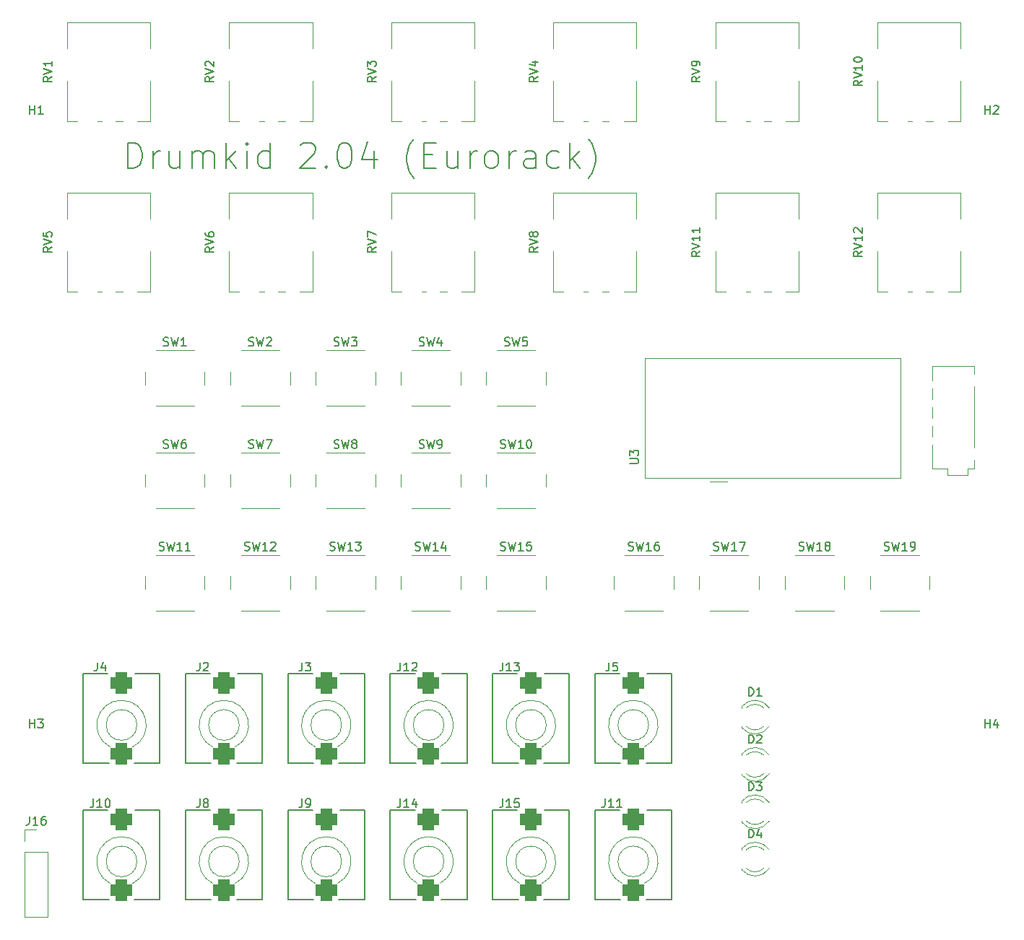
<source format=gbr>
%TF.GenerationSoftware,KiCad,Pcbnew,7.0.2*%
%TF.CreationDate,2025-03-10T10:37:47+00:00*%
%TF.ProjectId,dk2_04b_top,646b325f-3034-4625-9f74-6f702e6b6963,rev?*%
%TF.SameCoordinates,Original*%
%TF.FileFunction,Legend,Top*%
%TF.FilePolarity,Positive*%
%FSLAX46Y46*%
G04 Gerber Fmt 4.6, Leading zero omitted, Abs format (unit mm)*
G04 Created by KiCad (PCBNEW 7.0.2) date 2025-03-10 10:37:47*
%MOMM*%
%LPD*%
G01*
G04 APERTURE LIST*
G04 Aperture macros list*
%AMRoundRect*
0 Rectangle with rounded corners*
0 $1 Rounding radius*
0 $2 $3 $4 $5 $6 $7 $8 $9 X,Y pos of 4 corners*
0 Add a 4 corners polygon primitive as box body*
4,1,4,$2,$3,$4,$5,$6,$7,$8,$9,$2,$3,0*
0 Add four circle primitives for the rounded corners*
1,1,$1+$1,$2,$3*
1,1,$1+$1,$4,$5*
1,1,$1+$1,$6,$7*
1,1,$1+$1,$8,$9*
0 Add four rect primitives between the rounded corners*
20,1,$1+$1,$2,$3,$4,$5,0*
20,1,$1+$1,$4,$5,$6,$7,0*
20,1,$1+$1,$6,$7,$8,$9,0*
20,1,$1+$1,$8,$9,$2,$3,0*%
G04 Aperture macros list end*
%ADD10C,0.150000*%
%ADD11C,0.120000*%
%ADD12C,0.200000*%
%ADD13C,0.080000*%
%ADD14C,0.060000*%
%ADD15C,2.000000*%
%ADD16O,2.720000X3.240000*%
%ADD17R,1.800000X1.800000*%
%ADD18C,1.800000*%
%ADD19O,3.100000X2.300000*%
%ADD20RoundRect,0.650000X-0.650000X-0.650000X0.650000X-0.650000X0.650000X0.650000X-0.650000X0.650000X0*%
%ADD21C,3.200000*%
%ADD22R,1.500000X1.500000*%
%ADD23C,1.500000*%
%ADD24C,1.050000*%
%ADD25R,1.350000X1.350000*%
%ADD26R,1.700000X1.700000*%
%ADD27O,1.700000X1.700000*%
G04 APERTURE END LIST*
D10*
X84714285Y-58632857D02*
X84714285Y-55632857D01*
X84714285Y-55632857D02*
X85428571Y-55632857D01*
X85428571Y-55632857D02*
X85857142Y-55775714D01*
X85857142Y-55775714D02*
X86142857Y-56061428D01*
X86142857Y-56061428D02*
X86285714Y-56347142D01*
X86285714Y-56347142D02*
X86428571Y-56918571D01*
X86428571Y-56918571D02*
X86428571Y-57347142D01*
X86428571Y-57347142D02*
X86285714Y-57918571D01*
X86285714Y-57918571D02*
X86142857Y-58204285D01*
X86142857Y-58204285D02*
X85857142Y-58490000D01*
X85857142Y-58490000D02*
X85428571Y-58632857D01*
X85428571Y-58632857D02*
X84714285Y-58632857D01*
X87714285Y-58632857D02*
X87714285Y-56632857D01*
X87714285Y-57204285D02*
X87857142Y-56918571D01*
X87857142Y-56918571D02*
X88000000Y-56775714D01*
X88000000Y-56775714D02*
X88285714Y-56632857D01*
X88285714Y-56632857D02*
X88571428Y-56632857D01*
X90857143Y-56632857D02*
X90857143Y-58632857D01*
X89571428Y-56632857D02*
X89571428Y-58204285D01*
X89571428Y-58204285D02*
X89714285Y-58490000D01*
X89714285Y-58490000D02*
X90000000Y-58632857D01*
X90000000Y-58632857D02*
X90428571Y-58632857D01*
X90428571Y-58632857D02*
X90714285Y-58490000D01*
X90714285Y-58490000D02*
X90857143Y-58347142D01*
X92285714Y-58632857D02*
X92285714Y-56632857D01*
X92285714Y-56918571D02*
X92428571Y-56775714D01*
X92428571Y-56775714D02*
X92714286Y-56632857D01*
X92714286Y-56632857D02*
X93142857Y-56632857D01*
X93142857Y-56632857D02*
X93428571Y-56775714D01*
X93428571Y-56775714D02*
X93571429Y-57061428D01*
X93571429Y-57061428D02*
X93571429Y-58632857D01*
X93571429Y-57061428D02*
X93714286Y-56775714D01*
X93714286Y-56775714D02*
X94000000Y-56632857D01*
X94000000Y-56632857D02*
X94428571Y-56632857D01*
X94428571Y-56632857D02*
X94714286Y-56775714D01*
X94714286Y-56775714D02*
X94857143Y-57061428D01*
X94857143Y-57061428D02*
X94857143Y-58632857D01*
X96285714Y-58632857D02*
X96285714Y-55632857D01*
X96571429Y-57490000D02*
X97428571Y-58632857D01*
X97428571Y-56632857D02*
X96285714Y-57775714D01*
X98714285Y-58632857D02*
X98714285Y-56632857D01*
X98714285Y-55632857D02*
X98571428Y-55775714D01*
X98571428Y-55775714D02*
X98714285Y-55918571D01*
X98714285Y-55918571D02*
X98857142Y-55775714D01*
X98857142Y-55775714D02*
X98714285Y-55632857D01*
X98714285Y-55632857D02*
X98714285Y-55918571D01*
X101428571Y-58632857D02*
X101428571Y-55632857D01*
X101428571Y-58490000D02*
X101142856Y-58632857D01*
X101142856Y-58632857D02*
X100571428Y-58632857D01*
X100571428Y-58632857D02*
X100285713Y-58490000D01*
X100285713Y-58490000D02*
X100142856Y-58347142D01*
X100142856Y-58347142D02*
X99999999Y-58061428D01*
X99999999Y-58061428D02*
X99999999Y-57204285D01*
X99999999Y-57204285D02*
X100142856Y-56918571D01*
X100142856Y-56918571D02*
X100285713Y-56775714D01*
X100285713Y-56775714D02*
X100571428Y-56632857D01*
X100571428Y-56632857D02*
X101142856Y-56632857D01*
X101142856Y-56632857D02*
X101428571Y-56775714D01*
X104999999Y-55918571D02*
X105142856Y-55775714D01*
X105142856Y-55775714D02*
X105428571Y-55632857D01*
X105428571Y-55632857D02*
X106142856Y-55632857D01*
X106142856Y-55632857D02*
X106428571Y-55775714D01*
X106428571Y-55775714D02*
X106571428Y-55918571D01*
X106571428Y-55918571D02*
X106714285Y-56204285D01*
X106714285Y-56204285D02*
X106714285Y-56490000D01*
X106714285Y-56490000D02*
X106571428Y-56918571D01*
X106571428Y-56918571D02*
X104857142Y-58632857D01*
X104857142Y-58632857D02*
X106714285Y-58632857D01*
X107999999Y-58347142D02*
X108142856Y-58490000D01*
X108142856Y-58490000D02*
X107999999Y-58632857D01*
X107999999Y-58632857D02*
X107857142Y-58490000D01*
X107857142Y-58490000D02*
X107999999Y-58347142D01*
X107999999Y-58347142D02*
X107999999Y-58632857D01*
X109999999Y-55632857D02*
X110285713Y-55632857D01*
X110285713Y-55632857D02*
X110571427Y-55775714D01*
X110571427Y-55775714D02*
X110714285Y-55918571D01*
X110714285Y-55918571D02*
X110857142Y-56204285D01*
X110857142Y-56204285D02*
X110999999Y-56775714D01*
X110999999Y-56775714D02*
X110999999Y-57490000D01*
X110999999Y-57490000D02*
X110857142Y-58061428D01*
X110857142Y-58061428D02*
X110714285Y-58347142D01*
X110714285Y-58347142D02*
X110571427Y-58490000D01*
X110571427Y-58490000D02*
X110285713Y-58632857D01*
X110285713Y-58632857D02*
X109999999Y-58632857D01*
X109999999Y-58632857D02*
X109714285Y-58490000D01*
X109714285Y-58490000D02*
X109571427Y-58347142D01*
X109571427Y-58347142D02*
X109428570Y-58061428D01*
X109428570Y-58061428D02*
X109285713Y-57490000D01*
X109285713Y-57490000D02*
X109285713Y-56775714D01*
X109285713Y-56775714D02*
X109428570Y-56204285D01*
X109428570Y-56204285D02*
X109571427Y-55918571D01*
X109571427Y-55918571D02*
X109714285Y-55775714D01*
X109714285Y-55775714D02*
X109999999Y-55632857D01*
X113571428Y-56632857D02*
X113571428Y-58632857D01*
X112857142Y-55490000D02*
X112142856Y-57632857D01*
X112142856Y-57632857D02*
X113999999Y-57632857D01*
X118285713Y-59775714D02*
X118142856Y-59632857D01*
X118142856Y-59632857D02*
X117857142Y-59204285D01*
X117857142Y-59204285D02*
X117714285Y-58918571D01*
X117714285Y-58918571D02*
X117571427Y-58490000D01*
X117571427Y-58490000D02*
X117428570Y-57775714D01*
X117428570Y-57775714D02*
X117428570Y-57204285D01*
X117428570Y-57204285D02*
X117571427Y-56490000D01*
X117571427Y-56490000D02*
X117714285Y-56061428D01*
X117714285Y-56061428D02*
X117857142Y-55775714D01*
X117857142Y-55775714D02*
X118142856Y-55347142D01*
X118142856Y-55347142D02*
X118285713Y-55204285D01*
X119428570Y-57061428D02*
X120428570Y-57061428D01*
X120857142Y-58632857D02*
X119428570Y-58632857D01*
X119428570Y-58632857D02*
X119428570Y-55632857D01*
X119428570Y-55632857D02*
X120857142Y-55632857D01*
X123428571Y-56632857D02*
X123428571Y-58632857D01*
X122142856Y-56632857D02*
X122142856Y-58204285D01*
X122142856Y-58204285D02*
X122285713Y-58490000D01*
X122285713Y-58490000D02*
X122571428Y-58632857D01*
X122571428Y-58632857D02*
X122999999Y-58632857D01*
X122999999Y-58632857D02*
X123285713Y-58490000D01*
X123285713Y-58490000D02*
X123428571Y-58347142D01*
X124857142Y-58632857D02*
X124857142Y-56632857D01*
X124857142Y-57204285D02*
X124999999Y-56918571D01*
X124999999Y-56918571D02*
X125142857Y-56775714D01*
X125142857Y-56775714D02*
X125428571Y-56632857D01*
X125428571Y-56632857D02*
X125714285Y-56632857D01*
X127142857Y-58632857D02*
X126857142Y-58490000D01*
X126857142Y-58490000D02*
X126714285Y-58347142D01*
X126714285Y-58347142D02*
X126571428Y-58061428D01*
X126571428Y-58061428D02*
X126571428Y-57204285D01*
X126571428Y-57204285D02*
X126714285Y-56918571D01*
X126714285Y-56918571D02*
X126857142Y-56775714D01*
X126857142Y-56775714D02*
X127142857Y-56632857D01*
X127142857Y-56632857D02*
X127571428Y-56632857D01*
X127571428Y-56632857D02*
X127857142Y-56775714D01*
X127857142Y-56775714D02*
X128000000Y-56918571D01*
X128000000Y-56918571D02*
X128142857Y-57204285D01*
X128142857Y-57204285D02*
X128142857Y-58061428D01*
X128142857Y-58061428D02*
X128000000Y-58347142D01*
X128000000Y-58347142D02*
X127857142Y-58490000D01*
X127857142Y-58490000D02*
X127571428Y-58632857D01*
X127571428Y-58632857D02*
X127142857Y-58632857D01*
X129428571Y-58632857D02*
X129428571Y-56632857D01*
X129428571Y-57204285D02*
X129571428Y-56918571D01*
X129571428Y-56918571D02*
X129714286Y-56775714D01*
X129714286Y-56775714D02*
X130000000Y-56632857D01*
X130000000Y-56632857D02*
X130285714Y-56632857D01*
X132571429Y-58632857D02*
X132571429Y-57061428D01*
X132571429Y-57061428D02*
X132428571Y-56775714D01*
X132428571Y-56775714D02*
X132142857Y-56632857D01*
X132142857Y-56632857D02*
X131571429Y-56632857D01*
X131571429Y-56632857D02*
X131285714Y-56775714D01*
X132571429Y-58490000D02*
X132285714Y-58632857D01*
X132285714Y-58632857D02*
X131571429Y-58632857D01*
X131571429Y-58632857D02*
X131285714Y-58490000D01*
X131285714Y-58490000D02*
X131142857Y-58204285D01*
X131142857Y-58204285D02*
X131142857Y-57918571D01*
X131142857Y-57918571D02*
X131285714Y-57632857D01*
X131285714Y-57632857D02*
X131571429Y-57490000D01*
X131571429Y-57490000D02*
X132285714Y-57490000D01*
X132285714Y-57490000D02*
X132571429Y-57347142D01*
X135285715Y-58490000D02*
X135000000Y-58632857D01*
X135000000Y-58632857D02*
X134428572Y-58632857D01*
X134428572Y-58632857D02*
X134142857Y-58490000D01*
X134142857Y-58490000D02*
X134000000Y-58347142D01*
X134000000Y-58347142D02*
X133857143Y-58061428D01*
X133857143Y-58061428D02*
X133857143Y-57204285D01*
X133857143Y-57204285D02*
X134000000Y-56918571D01*
X134000000Y-56918571D02*
X134142857Y-56775714D01*
X134142857Y-56775714D02*
X134428572Y-56632857D01*
X134428572Y-56632857D02*
X135000000Y-56632857D01*
X135000000Y-56632857D02*
X135285715Y-56775714D01*
X136571429Y-58632857D02*
X136571429Y-55632857D01*
X136857144Y-57490000D02*
X137714286Y-58632857D01*
X137714286Y-56632857D02*
X136571429Y-57775714D01*
X138714286Y-59775714D02*
X138857143Y-59632857D01*
X138857143Y-59632857D02*
X139142857Y-59204285D01*
X139142857Y-59204285D02*
X139285715Y-58918571D01*
X139285715Y-58918571D02*
X139428572Y-58490000D01*
X139428572Y-58490000D02*
X139571429Y-57775714D01*
X139571429Y-57775714D02*
X139571429Y-57204285D01*
X139571429Y-57204285D02*
X139428572Y-56490000D01*
X139428572Y-56490000D02*
X139285715Y-56061428D01*
X139285715Y-56061428D02*
X139142857Y-55775714D01*
X139142857Y-55775714D02*
X138857143Y-55347142D01*
X138857143Y-55347142D02*
X138714286Y-55204285D01*
%TO.C,SW10*%
X128440476Y-91415000D02*
X128583333Y-91462619D01*
X128583333Y-91462619D02*
X128821428Y-91462619D01*
X128821428Y-91462619D02*
X128916666Y-91415000D01*
X128916666Y-91415000D02*
X128964285Y-91367380D01*
X128964285Y-91367380D02*
X129011904Y-91272142D01*
X129011904Y-91272142D02*
X129011904Y-91176904D01*
X129011904Y-91176904D02*
X128964285Y-91081666D01*
X128964285Y-91081666D02*
X128916666Y-91034047D01*
X128916666Y-91034047D02*
X128821428Y-90986428D01*
X128821428Y-90986428D02*
X128630952Y-90938809D01*
X128630952Y-90938809D02*
X128535714Y-90891190D01*
X128535714Y-90891190D02*
X128488095Y-90843571D01*
X128488095Y-90843571D02*
X128440476Y-90748333D01*
X128440476Y-90748333D02*
X128440476Y-90653095D01*
X128440476Y-90653095D02*
X128488095Y-90557857D01*
X128488095Y-90557857D02*
X128535714Y-90510238D01*
X128535714Y-90510238D02*
X128630952Y-90462619D01*
X128630952Y-90462619D02*
X128869047Y-90462619D01*
X128869047Y-90462619D02*
X129011904Y-90510238D01*
X129345238Y-90462619D02*
X129583333Y-91462619D01*
X129583333Y-91462619D02*
X129773809Y-90748333D01*
X129773809Y-90748333D02*
X129964285Y-91462619D01*
X129964285Y-91462619D02*
X130202381Y-90462619D01*
X131107142Y-91462619D02*
X130535714Y-91462619D01*
X130821428Y-91462619D02*
X130821428Y-90462619D01*
X130821428Y-90462619D02*
X130726190Y-90605476D01*
X130726190Y-90605476D02*
X130630952Y-90700714D01*
X130630952Y-90700714D02*
X130535714Y-90748333D01*
X131726190Y-90462619D02*
X131821428Y-90462619D01*
X131821428Y-90462619D02*
X131916666Y-90510238D01*
X131916666Y-90510238D02*
X131964285Y-90557857D01*
X131964285Y-90557857D02*
X132011904Y-90653095D01*
X132011904Y-90653095D02*
X132059523Y-90843571D01*
X132059523Y-90843571D02*
X132059523Y-91081666D01*
X132059523Y-91081666D02*
X132011904Y-91272142D01*
X132011904Y-91272142D02*
X131964285Y-91367380D01*
X131964285Y-91367380D02*
X131916666Y-91415000D01*
X131916666Y-91415000D02*
X131821428Y-91462619D01*
X131821428Y-91462619D02*
X131726190Y-91462619D01*
X131726190Y-91462619D02*
X131630952Y-91415000D01*
X131630952Y-91415000D02*
X131583333Y-91367380D01*
X131583333Y-91367380D02*
X131535714Y-91272142D01*
X131535714Y-91272142D02*
X131488095Y-91081666D01*
X131488095Y-91081666D02*
X131488095Y-90843571D01*
X131488095Y-90843571D02*
X131535714Y-90653095D01*
X131535714Y-90653095D02*
X131583333Y-90557857D01*
X131583333Y-90557857D02*
X131630952Y-90510238D01*
X131630952Y-90510238D02*
X131726190Y-90462619D01*
%TO.C,SW8*%
X108916667Y-91415000D02*
X109059524Y-91462619D01*
X109059524Y-91462619D02*
X109297619Y-91462619D01*
X109297619Y-91462619D02*
X109392857Y-91415000D01*
X109392857Y-91415000D02*
X109440476Y-91367380D01*
X109440476Y-91367380D02*
X109488095Y-91272142D01*
X109488095Y-91272142D02*
X109488095Y-91176904D01*
X109488095Y-91176904D02*
X109440476Y-91081666D01*
X109440476Y-91081666D02*
X109392857Y-91034047D01*
X109392857Y-91034047D02*
X109297619Y-90986428D01*
X109297619Y-90986428D02*
X109107143Y-90938809D01*
X109107143Y-90938809D02*
X109011905Y-90891190D01*
X109011905Y-90891190D02*
X108964286Y-90843571D01*
X108964286Y-90843571D02*
X108916667Y-90748333D01*
X108916667Y-90748333D02*
X108916667Y-90653095D01*
X108916667Y-90653095D02*
X108964286Y-90557857D01*
X108964286Y-90557857D02*
X109011905Y-90510238D01*
X109011905Y-90510238D02*
X109107143Y-90462619D01*
X109107143Y-90462619D02*
X109345238Y-90462619D01*
X109345238Y-90462619D02*
X109488095Y-90510238D01*
X109821429Y-90462619D02*
X110059524Y-91462619D01*
X110059524Y-91462619D02*
X110250000Y-90748333D01*
X110250000Y-90748333D02*
X110440476Y-91462619D01*
X110440476Y-91462619D02*
X110678572Y-90462619D01*
X111202381Y-90891190D02*
X111107143Y-90843571D01*
X111107143Y-90843571D02*
X111059524Y-90795952D01*
X111059524Y-90795952D02*
X111011905Y-90700714D01*
X111011905Y-90700714D02*
X111011905Y-90653095D01*
X111011905Y-90653095D02*
X111059524Y-90557857D01*
X111059524Y-90557857D02*
X111107143Y-90510238D01*
X111107143Y-90510238D02*
X111202381Y-90462619D01*
X111202381Y-90462619D02*
X111392857Y-90462619D01*
X111392857Y-90462619D02*
X111488095Y-90510238D01*
X111488095Y-90510238D02*
X111535714Y-90557857D01*
X111535714Y-90557857D02*
X111583333Y-90653095D01*
X111583333Y-90653095D02*
X111583333Y-90700714D01*
X111583333Y-90700714D02*
X111535714Y-90795952D01*
X111535714Y-90795952D02*
X111488095Y-90843571D01*
X111488095Y-90843571D02*
X111392857Y-90891190D01*
X111392857Y-90891190D02*
X111202381Y-90891190D01*
X111202381Y-90891190D02*
X111107143Y-90938809D01*
X111107143Y-90938809D02*
X111059524Y-90986428D01*
X111059524Y-90986428D02*
X111011905Y-91081666D01*
X111011905Y-91081666D02*
X111011905Y-91272142D01*
X111011905Y-91272142D02*
X111059524Y-91367380D01*
X111059524Y-91367380D02*
X111107143Y-91415000D01*
X111107143Y-91415000D02*
X111202381Y-91462619D01*
X111202381Y-91462619D02*
X111392857Y-91462619D01*
X111392857Y-91462619D02*
X111488095Y-91415000D01*
X111488095Y-91415000D02*
X111535714Y-91367380D01*
X111535714Y-91367380D02*
X111583333Y-91272142D01*
X111583333Y-91272142D02*
X111583333Y-91081666D01*
X111583333Y-91081666D02*
X111535714Y-90986428D01*
X111535714Y-90986428D02*
X111488095Y-90938809D01*
X111488095Y-90938809D02*
X111392857Y-90891190D01*
%TO.C,RV3*%
X113822619Y-47885238D02*
X113346428Y-48218571D01*
X113822619Y-48456666D02*
X112822619Y-48456666D01*
X112822619Y-48456666D02*
X112822619Y-48075714D01*
X112822619Y-48075714D02*
X112870238Y-47980476D01*
X112870238Y-47980476D02*
X112917857Y-47932857D01*
X112917857Y-47932857D02*
X113013095Y-47885238D01*
X113013095Y-47885238D02*
X113155952Y-47885238D01*
X113155952Y-47885238D02*
X113251190Y-47932857D01*
X113251190Y-47932857D02*
X113298809Y-47980476D01*
X113298809Y-47980476D02*
X113346428Y-48075714D01*
X113346428Y-48075714D02*
X113346428Y-48456666D01*
X112822619Y-47599523D02*
X113822619Y-47266190D01*
X113822619Y-47266190D02*
X112822619Y-46932857D01*
X112822619Y-46694761D02*
X112822619Y-46075714D01*
X112822619Y-46075714D02*
X113203571Y-46409047D01*
X113203571Y-46409047D02*
X113203571Y-46266190D01*
X113203571Y-46266190D02*
X113251190Y-46170952D01*
X113251190Y-46170952D02*
X113298809Y-46123333D01*
X113298809Y-46123333D02*
X113394047Y-46075714D01*
X113394047Y-46075714D02*
X113632142Y-46075714D01*
X113632142Y-46075714D02*
X113727380Y-46123333D01*
X113727380Y-46123333D02*
X113775000Y-46170952D01*
X113775000Y-46170952D02*
X113822619Y-46266190D01*
X113822619Y-46266190D02*
X113822619Y-46551904D01*
X113822619Y-46551904D02*
X113775000Y-46647142D01*
X113775000Y-46647142D02*
X113727380Y-46694761D01*
%TO.C,J2*%
X93166666Y-116582619D02*
X93166666Y-117296904D01*
X93166666Y-117296904D02*
X93119047Y-117439761D01*
X93119047Y-117439761D02*
X93023809Y-117535000D01*
X93023809Y-117535000D02*
X92880952Y-117582619D01*
X92880952Y-117582619D02*
X92785714Y-117582619D01*
X93595238Y-116677857D02*
X93642857Y-116630238D01*
X93642857Y-116630238D02*
X93738095Y-116582619D01*
X93738095Y-116582619D02*
X93976190Y-116582619D01*
X93976190Y-116582619D02*
X94071428Y-116630238D01*
X94071428Y-116630238D02*
X94119047Y-116677857D01*
X94119047Y-116677857D02*
X94166666Y-116773095D01*
X94166666Y-116773095D02*
X94166666Y-116868333D01*
X94166666Y-116868333D02*
X94119047Y-117011190D01*
X94119047Y-117011190D02*
X93547619Y-117582619D01*
X93547619Y-117582619D02*
X94166666Y-117582619D01*
%TO.C,J13*%
X128690476Y-116582619D02*
X128690476Y-117296904D01*
X128690476Y-117296904D02*
X128642857Y-117439761D01*
X128642857Y-117439761D02*
X128547619Y-117535000D01*
X128547619Y-117535000D02*
X128404762Y-117582619D01*
X128404762Y-117582619D02*
X128309524Y-117582619D01*
X129690476Y-117582619D02*
X129119048Y-117582619D01*
X129404762Y-117582619D02*
X129404762Y-116582619D01*
X129404762Y-116582619D02*
X129309524Y-116725476D01*
X129309524Y-116725476D02*
X129214286Y-116820714D01*
X129214286Y-116820714D02*
X129119048Y-116868333D01*
X130023810Y-116582619D02*
X130642857Y-116582619D01*
X130642857Y-116582619D02*
X130309524Y-116963571D01*
X130309524Y-116963571D02*
X130452381Y-116963571D01*
X130452381Y-116963571D02*
X130547619Y-117011190D01*
X130547619Y-117011190D02*
X130595238Y-117058809D01*
X130595238Y-117058809D02*
X130642857Y-117154047D01*
X130642857Y-117154047D02*
X130642857Y-117392142D01*
X130642857Y-117392142D02*
X130595238Y-117487380D01*
X130595238Y-117487380D02*
X130547619Y-117535000D01*
X130547619Y-117535000D02*
X130452381Y-117582619D01*
X130452381Y-117582619D02*
X130166667Y-117582619D01*
X130166667Y-117582619D02*
X130071429Y-117535000D01*
X130071429Y-117535000D02*
X130023810Y-117487380D01*
%TO.C,RV8*%
X132822619Y-67885238D02*
X132346428Y-68218571D01*
X132822619Y-68456666D02*
X131822619Y-68456666D01*
X131822619Y-68456666D02*
X131822619Y-68075714D01*
X131822619Y-68075714D02*
X131870238Y-67980476D01*
X131870238Y-67980476D02*
X131917857Y-67932857D01*
X131917857Y-67932857D02*
X132013095Y-67885238D01*
X132013095Y-67885238D02*
X132155952Y-67885238D01*
X132155952Y-67885238D02*
X132251190Y-67932857D01*
X132251190Y-67932857D02*
X132298809Y-67980476D01*
X132298809Y-67980476D02*
X132346428Y-68075714D01*
X132346428Y-68075714D02*
X132346428Y-68456666D01*
X131822619Y-67599523D02*
X132822619Y-67266190D01*
X132822619Y-67266190D02*
X131822619Y-66932857D01*
X132251190Y-66456666D02*
X132203571Y-66551904D01*
X132203571Y-66551904D02*
X132155952Y-66599523D01*
X132155952Y-66599523D02*
X132060714Y-66647142D01*
X132060714Y-66647142D02*
X132013095Y-66647142D01*
X132013095Y-66647142D02*
X131917857Y-66599523D01*
X131917857Y-66599523D02*
X131870238Y-66551904D01*
X131870238Y-66551904D02*
X131822619Y-66456666D01*
X131822619Y-66456666D02*
X131822619Y-66266190D01*
X131822619Y-66266190D02*
X131870238Y-66170952D01*
X131870238Y-66170952D02*
X131917857Y-66123333D01*
X131917857Y-66123333D02*
X132013095Y-66075714D01*
X132013095Y-66075714D02*
X132060714Y-66075714D01*
X132060714Y-66075714D02*
X132155952Y-66123333D01*
X132155952Y-66123333D02*
X132203571Y-66170952D01*
X132203571Y-66170952D02*
X132251190Y-66266190D01*
X132251190Y-66266190D02*
X132251190Y-66456666D01*
X132251190Y-66456666D02*
X132298809Y-66551904D01*
X132298809Y-66551904D02*
X132346428Y-66599523D01*
X132346428Y-66599523D02*
X132441666Y-66647142D01*
X132441666Y-66647142D02*
X132632142Y-66647142D01*
X132632142Y-66647142D02*
X132727380Y-66599523D01*
X132727380Y-66599523D02*
X132775000Y-66551904D01*
X132775000Y-66551904D02*
X132822619Y-66456666D01*
X132822619Y-66456666D02*
X132822619Y-66266190D01*
X132822619Y-66266190D02*
X132775000Y-66170952D01*
X132775000Y-66170952D02*
X132727380Y-66123333D01*
X132727380Y-66123333D02*
X132632142Y-66075714D01*
X132632142Y-66075714D02*
X132441666Y-66075714D01*
X132441666Y-66075714D02*
X132346428Y-66123333D01*
X132346428Y-66123333D02*
X132298809Y-66170952D01*
X132298809Y-66170952D02*
X132251190Y-66266190D01*
%TO.C,J12*%
X116690476Y-116582619D02*
X116690476Y-117296904D01*
X116690476Y-117296904D02*
X116642857Y-117439761D01*
X116642857Y-117439761D02*
X116547619Y-117535000D01*
X116547619Y-117535000D02*
X116404762Y-117582619D01*
X116404762Y-117582619D02*
X116309524Y-117582619D01*
X117690476Y-117582619D02*
X117119048Y-117582619D01*
X117404762Y-117582619D02*
X117404762Y-116582619D01*
X117404762Y-116582619D02*
X117309524Y-116725476D01*
X117309524Y-116725476D02*
X117214286Y-116820714D01*
X117214286Y-116820714D02*
X117119048Y-116868333D01*
X118071429Y-116677857D02*
X118119048Y-116630238D01*
X118119048Y-116630238D02*
X118214286Y-116582619D01*
X118214286Y-116582619D02*
X118452381Y-116582619D01*
X118452381Y-116582619D02*
X118547619Y-116630238D01*
X118547619Y-116630238D02*
X118595238Y-116677857D01*
X118595238Y-116677857D02*
X118642857Y-116773095D01*
X118642857Y-116773095D02*
X118642857Y-116868333D01*
X118642857Y-116868333D02*
X118595238Y-117011190D01*
X118595238Y-117011190D02*
X118023810Y-117582619D01*
X118023810Y-117582619D02*
X118642857Y-117582619D01*
%TO.C,SW19*%
X173440476Y-103415000D02*
X173583333Y-103462619D01*
X173583333Y-103462619D02*
X173821428Y-103462619D01*
X173821428Y-103462619D02*
X173916666Y-103415000D01*
X173916666Y-103415000D02*
X173964285Y-103367380D01*
X173964285Y-103367380D02*
X174011904Y-103272142D01*
X174011904Y-103272142D02*
X174011904Y-103176904D01*
X174011904Y-103176904D02*
X173964285Y-103081666D01*
X173964285Y-103081666D02*
X173916666Y-103034047D01*
X173916666Y-103034047D02*
X173821428Y-102986428D01*
X173821428Y-102986428D02*
X173630952Y-102938809D01*
X173630952Y-102938809D02*
X173535714Y-102891190D01*
X173535714Y-102891190D02*
X173488095Y-102843571D01*
X173488095Y-102843571D02*
X173440476Y-102748333D01*
X173440476Y-102748333D02*
X173440476Y-102653095D01*
X173440476Y-102653095D02*
X173488095Y-102557857D01*
X173488095Y-102557857D02*
X173535714Y-102510238D01*
X173535714Y-102510238D02*
X173630952Y-102462619D01*
X173630952Y-102462619D02*
X173869047Y-102462619D01*
X173869047Y-102462619D02*
X174011904Y-102510238D01*
X174345238Y-102462619D02*
X174583333Y-103462619D01*
X174583333Y-103462619D02*
X174773809Y-102748333D01*
X174773809Y-102748333D02*
X174964285Y-103462619D01*
X174964285Y-103462619D02*
X175202381Y-102462619D01*
X176107142Y-103462619D02*
X175535714Y-103462619D01*
X175821428Y-103462619D02*
X175821428Y-102462619D01*
X175821428Y-102462619D02*
X175726190Y-102605476D01*
X175726190Y-102605476D02*
X175630952Y-102700714D01*
X175630952Y-102700714D02*
X175535714Y-102748333D01*
X176583333Y-103462619D02*
X176773809Y-103462619D01*
X176773809Y-103462619D02*
X176869047Y-103415000D01*
X176869047Y-103415000D02*
X176916666Y-103367380D01*
X176916666Y-103367380D02*
X177011904Y-103224523D01*
X177011904Y-103224523D02*
X177059523Y-103034047D01*
X177059523Y-103034047D02*
X177059523Y-102653095D01*
X177059523Y-102653095D02*
X177011904Y-102557857D01*
X177011904Y-102557857D02*
X176964285Y-102510238D01*
X176964285Y-102510238D02*
X176869047Y-102462619D01*
X176869047Y-102462619D02*
X176678571Y-102462619D01*
X176678571Y-102462619D02*
X176583333Y-102510238D01*
X176583333Y-102510238D02*
X176535714Y-102557857D01*
X176535714Y-102557857D02*
X176488095Y-102653095D01*
X176488095Y-102653095D02*
X176488095Y-102891190D01*
X176488095Y-102891190D02*
X176535714Y-102986428D01*
X176535714Y-102986428D02*
X176583333Y-103034047D01*
X176583333Y-103034047D02*
X176678571Y-103081666D01*
X176678571Y-103081666D02*
X176869047Y-103081666D01*
X176869047Y-103081666D02*
X176964285Y-103034047D01*
X176964285Y-103034047D02*
X177011904Y-102986428D01*
X177011904Y-102986428D02*
X177059523Y-102891190D01*
%TO.C,H1*%
X73238095Y-52262619D02*
X73238095Y-51262619D01*
X73238095Y-51738809D02*
X73809523Y-51738809D01*
X73809523Y-52262619D02*
X73809523Y-51262619D01*
X74809523Y-52262619D02*
X74238095Y-52262619D01*
X74523809Y-52262619D02*
X74523809Y-51262619D01*
X74523809Y-51262619D02*
X74428571Y-51405476D01*
X74428571Y-51405476D02*
X74333333Y-51500714D01*
X74333333Y-51500714D02*
X74238095Y-51548333D01*
%TO.C,J11*%
X140690476Y-132582619D02*
X140690476Y-133296904D01*
X140690476Y-133296904D02*
X140642857Y-133439761D01*
X140642857Y-133439761D02*
X140547619Y-133535000D01*
X140547619Y-133535000D02*
X140404762Y-133582619D01*
X140404762Y-133582619D02*
X140309524Y-133582619D01*
X141690476Y-133582619D02*
X141119048Y-133582619D01*
X141404762Y-133582619D02*
X141404762Y-132582619D01*
X141404762Y-132582619D02*
X141309524Y-132725476D01*
X141309524Y-132725476D02*
X141214286Y-132820714D01*
X141214286Y-132820714D02*
X141119048Y-132868333D01*
X142642857Y-133582619D02*
X142071429Y-133582619D01*
X142357143Y-133582619D02*
X142357143Y-132582619D01*
X142357143Y-132582619D02*
X142261905Y-132725476D01*
X142261905Y-132725476D02*
X142166667Y-132820714D01*
X142166667Y-132820714D02*
X142071429Y-132868333D01*
%TO.C,RV4*%
X132822619Y-47885238D02*
X132346428Y-48218571D01*
X132822619Y-48456666D02*
X131822619Y-48456666D01*
X131822619Y-48456666D02*
X131822619Y-48075714D01*
X131822619Y-48075714D02*
X131870238Y-47980476D01*
X131870238Y-47980476D02*
X131917857Y-47932857D01*
X131917857Y-47932857D02*
X132013095Y-47885238D01*
X132013095Y-47885238D02*
X132155952Y-47885238D01*
X132155952Y-47885238D02*
X132251190Y-47932857D01*
X132251190Y-47932857D02*
X132298809Y-47980476D01*
X132298809Y-47980476D02*
X132346428Y-48075714D01*
X132346428Y-48075714D02*
X132346428Y-48456666D01*
X131822619Y-47599523D02*
X132822619Y-47266190D01*
X132822619Y-47266190D02*
X131822619Y-46932857D01*
X132155952Y-46170952D02*
X132822619Y-46170952D01*
X131775000Y-46409047D02*
X132489285Y-46647142D01*
X132489285Y-46647142D02*
X132489285Y-46028095D01*
%TO.C,SW3*%
X108916667Y-79415000D02*
X109059524Y-79462619D01*
X109059524Y-79462619D02*
X109297619Y-79462619D01*
X109297619Y-79462619D02*
X109392857Y-79415000D01*
X109392857Y-79415000D02*
X109440476Y-79367380D01*
X109440476Y-79367380D02*
X109488095Y-79272142D01*
X109488095Y-79272142D02*
X109488095Y-79176904D01*
X109488095Y-79176904D02*
X109440476Y-79081666D01*
X109440476Y-79081666D02*
X109392857Y-79034047D01*
X109392857Y-79034047D02*
X109297619Y-78986428D01*
X109297619Y-78986428D02*
X109107143Y-78938809D01*
X109107143Y-78938809D02*
X109011905Y-78891190D01*
X109011905Y-78891190D02*
X108964286Y-78843571D01*
X108964286Y-78843571D02*
X108916667Y-78748333D01*
X108916667Y-78748333D02*
X108916667Y-78653095D01*
X108916667Y-78653095D02*
X108964286Y-78557857D01*
X108964286Y-78557857D02*
X109011905Y-78510238D01*
X109011905Y-78510238D02*
X109107143Y-78462619D01*
X109107143Y-78462619D02*
X109345238Y-78462619D01*
X109345238Y-78462619D02*
X109488095Y-78510238D01*
X109821429Y-78462619D02*
X110059524Y-79462619D01*
X110059524Y-79462619D02*
X110250000Y-78748333D01*
X110250000Y-78748333D02*
X110440476Y-79462619D01*
X110440476Y-79462619D02*
X110678572Y-78462619D01*
X110964286Y-78462619D02*
X111583333Y-78462619D01*
X111583333Y-78462619D02*
X111250000Y-78843571D01*
X111250000Y-78843571D02*
X111392857Y-78843571D01*
X111392857Y-78843571D02*
X111488095Y-78891190D01*
X111488095Y-78891190D02*
X111535714Y-78938809D01*
X111535714Y-78938809D02*
X111583333Y-79034047D01*
X111583333Y-79034047D02*
X111583333Y-79272142D01*
X111583333Y-79272142D02*
X111535714Y-79367380D01*
X111535714Y-79367380D02*
X111488095Y-79415000D01*
X111488095Y-79415000D02*
X111392857Y-79462619D01*
X111392857Y-79462619D02*
X111107143Y-79462619D01*
X111107143Y-79462619D02*
X111011905Y-79415000D01*
X111011905Y-79415000D02*
X110964286Y-79367380D01*
%TO.C,RV1*%
X75822619Y-47885238D02*
X75346428Y-48218571D01*
X75822619Y-48456666D02*
X74822619Y-48456666D01*
X74822619Y-48456666D02*
X74822619Y-48075714D01*
X74822619Y-48075714D02*
X74870238Y-47980476D01*
X74870238Y-47980476D02*
X74917857Y-47932857D01*
X74917857Y-47932857D02*
X75013095Y-47885238D01*
X75013095Y-47885238D02*
X75155952Y-47885238D01*
X75155952Y-47885238D02*
X75251190Y-47932857D01*
X75251190Y-47932857D02*
X75298809Y-47980476D01*
X75298809Y-47980476D02*
X75346428Y-48075714D01*
X75346428Y-48075714D02*
X75346428Y-48456666D01*
X74822619Y-47599523D02*
X75822619Y-47266190D01*
X75822619Y-47266190D02*
X74822619Y-46932857D01*
X75822619Y-46075714D02*
X75822619Y-46647142D01*
X75822619Y-46361428D02*
X74822619Y-46361428D01*
X74822619Y-46361428D02*
X74965476Y-46456666D01*
X74965476Y-46456666D02*
X75060714Y-46551904D01*
X75060714Y-46551904D02*
X75108333Y-46647142D01*
%TO.C,RV10*%
X170822619Y-48361428D02*
X170346428Y-48694761D01*
X170822619Y-48932856D02*
X169822619Y-48932856D01*
X169822619Y-48932856D02*
X169822619Y-48551904D01*
X169822619Y-48551904D02*
X169870238Y-48456666D01*
X169870238Y-48456666D02*
X169917857Y-48409047D01*
X169917857Y-48409047D02*
X170013095Y-48361428D01*
X170013095Y-48361428D02*
X170155952Y-48361428D01*
X170155952Y-48361428D02*
X170251190Y-48409047D01*
X170251190Y-48409047D02*
X170298809Y-48456666D01*
X170298809Y-48456666D02*
X170346428Y-48551904D01*
X170346428Y-48551904D02*
X170346428Y-48932856D01*
X169822619Y-48075713D02*
X170822619Y-47742380D01*
X170822619Y-47742380D02*
X169822619Y-47409047D01*
X170822619Y-46551904D02*
X170822619Y-47123332D01*
X170822619Y-46837618D02*
X169822619Y-46837618D01*
X169822619Y-46837618D02*
X169965476Y-46932856D01*
X169965476Y-46932856D02*
X170060714Y-47028094D01*
X170060714Y-47028094D02*
X170108333Y-47123332D01*
X169822619Y-45932856D02*
X169822619Y-45837618D01*
X169822619Y-45837618D02*
X169870238Y-45742380D01*
X169870238Y-45742380D02*
X169917857Y-45694761D01*
X169917857Y-45694761D02*
X170013095Y-45647142D01*
X170013095Y-45647142D02*
X170203571Y-45599523D01*
X170203571Y-45599523D02*
X170441666Y-45599523D01*
X170441666Y-45599523D02*
X170632142Y-45647142D01*
X170632142Y-45647142D02*
X170727380Y-45694761D01*
X170727380Y-45694761D02*
X170775000Y-45742380D01*
X170775000Y-45742380D02*
X170822619Y-45837618D01*
X170822619Y-45837618D02*
X170822619Y-45932856D01*
X170822619Y-45932856D02*
X170775000Y-46028094D01*
X170775000Y-46028094D02*
X170727380Y-46075713D01*
X170727380Y-46075713D02*
X170632142Y-46123332D01*
X170632142Y-46123332D02*
X170441666Y-46170951D01*
X170441666Y-46170951D02*
X170203571Y-46170951D01*
X170203571Y-46170951D02*
X170013095Y-46123332D01*
X170013095Y-46123332D02*
X169917857Y-46075713D01*
X169917857Y-46075713D02*
X169870238Y-46028094D01*
X169870238Y-46028094D02*
X169822619Y-45932856D01*
%TO.C,J4*%
X81166666Y-116582619D02*
X81166666Y-117296904D01*
X81166666Y-117296904D02*
X81119047Y-117439761D01*
X81119047Y-117439761D02*
X81023809Y-117535000D01*
X81023809Y-117535000D02*
X80880952Y-117582619D01*
X80880952Y-117582619D02*
X80785714Y-117582619D01*
X82071428Y-116915952D02*
X82071428Y-117582619D01*
X81833333Y-116535000D02*
X81595238Y-117249285D01*
X81595238Y-117249285D02*
X82214285Y-117249285D01*
%TO.C,SW9*%
X118916667Y-91415000D02*
X119059524Y-91462619D01*
X119059524Y-91462619D02*
X119297619Y-91462619D01*
X119297619Y-91462619D02*
X119392857Y-91415000D01*
X119392857Y-91415000D02*
X119440476Y-91367380D01*
X119440476Y-91367380D02*
X119488095Y-91272142D01*
X119488095Y-91272142D02*
X119488095Y-91176904D01*
X119488095Y-91176904D02*
X119440476Y-91081666D01*
X119440476Y-91081666D02*
X119392857Y-91034047D01*
X119392857Y-91034047D02*
X119297619Y-90986428D01*
X119297619Y-90986428D02*
X119107143Y-90938809D01*
X119107143Y-90938809D02*
X119011905Y-90891190D01*
X119011905Y-90891190D02*
X118964286Y-90843571D01*
X118964286Y-90843571D02*
X118916667Y-90748333D01*
X118916667Y-90748333D02*
X118916667Y-90653095D01*
X118916667Y-90653095D02*
X118964286Y-90557857D01*
X118964286Y-90557857D02*
X119011905Y-90510238D01*
X119011905Y-90510238D02*
X119107143Y-90462619D01*
X119107143Y-90462619D02*
X119345238Y-90462619D01*
X119345238Y-90462619D02*
X119488095Y-90510238D01*
X119821429Y-90462619D02*
X120059524Y-91462619D01*
X120059524Y-91462619D02*
X120250000Y-90748333D01*
X120250000Y-90748333D02*
X120440476Y-91462619D01*
X120440476Y-91462619D02*
X120678572Y-90462619D01*
X121107143Y-91462619D02*
X121297619Y-91462619D01*
X121297619Y-91462619D02*
X121392857Y-91415000D01*
X121392857Y-91415000D02*
X121440476Y-91367380D01*
X121440476Y-91367380D02*
X121535714Y-91224523D01*
X121535714Y-91224523D02*
X121583333Y-91034047D01*
X121583333Y-91034047D02*
X121583333Y-90653095D01*
X121583333Y-90653095D02*
X121535714Y-90557857D01*
X121535714Y-90557857D02*
X121488095Y-90510238D01*
X121488095Y-90510238D02*
X121392857Y-90462619D01*
X121392857Y-90462619D02*
X121202381Y-90462619D01*
X121202381Y-90462619D02*
X121107143Y-90510238D01*
X121107143Y-90510238D02*
X121059524Y-90557857D01*
X121059524Y-90557857D02*
X121011905Y-90653095D01*
X121011905Y-90653095D02*
X121011905Y-90891190D01*
X121011905Y-90891190D02*
X121059524Y-90986428D01*
X121059524Y-90986428D02*
X121107143Y-91034047D01*
X121107143Y-91034047D02*
X121202381Y-91081666D01*
X121202381Y-91081666D02*
X121392857Y-91081666D01*
X121392857Y-91081666D02*
X121488095Y-91034047D01*
X121488095Y-91034047D02*
X121535714Y-90986428D01*
X121535714Y-90986428D02*
X121583333Y-90891190D01*
%TO.C,J14*%
X116690476Y-132582619D02*
X116690476Y-133296904D01*
X116690476Y-133296904D02*
X116642857Y-133439761D01*
X116642857Y-133439761D02*
X116547619Y-133535000D01*
X116547619Y-133535000D02*
X116404762Y-133582619D01*
X116404762Y-133582619D02*
X116309524Y-133582619D01*
X117690476Y-133582619D02*
X117119048Y-133582619D01*
X117404762Y-133582619D02*
X117404762Y-132582619D01*
X117404762Y-132582619D02*
X117309524Y-132725476D01*
X117309524Y-132725476D02*
X117214286Y-132820714D01*
X117214286Y-132820714D02*
X117119048Y-132868333D01*
X118547619Y-132915952D02*
X118547619Y-133582619D01*
X118309524Y-132535000D02*
X118071429Y-133249285D01*
X118071429Y-133249285D02*
X118690476Y-133249285D01*
%TO.C,J15*%
X128690476Y-132582619D02*
X128690476Y-133296904D01*
X128690476Y-133296904D02*
X128642857Y-133439761D01*
X128642857Y-133439761D02*
X128547619Y-133535000D01*
X128547619Y-133535000D02*
X128404762Y-133582619D01*
X128404762Y-133582619D02*
X128309524Y-133582619D01*
X129690476Y-133582619D02*
X129119048Y-133582619D01*
X129404762Y-133582619D02*
X129404762Y-132582619D01*
X129404762Y-132582619D02*
X129309524Y-132725476D01*
X129309524Y-132725476D02*
X129214286Y-132820714D01*
X129214286Y-132820714D02*
X129119048Y-132868333D01*
X130595238Y-132582619D02*
X130119048Y-132582619D01*
X130119048Y-132582619D02*
X130071429Y-133058809D01*
X130071429Y-133058809D02*
X130119048Y-133011190D01*
X130119048Y-133011190D02*
X130214286Y-132963571D01*
X130214286Y-132963571D02*
X130452381Y-132963571D01*
X130452381Y-132963571D02*
X130547619Y-133011190D01*
X130547619Y-133011190D02*
X130595238Y-133058809D01*
X130595238Y-133058809D02*
X130642857Y-133154047D01*
X130642857Y-133154047D02*
X130642857Y-133392142D01*
X130642857Y-133392142D02*
X130595238Y-133487380D01*
X130595238Y-133487380D02*
X130547619Y-133535000D01*
X130547619Y-133535000D02*
X130452381Y-133582619D01*
X130452381Y-133582619D02*
X130214286Y-133582619D01*
X130214286Y-133582619D02*
X130119048Y-133535000D01*
X130119048Y-133535000D02*
X130071429Y-133487380D01*
%TO.C,SW6*%
X88916667Y-91415000D02*
X89059524Y-91462619D01*
X89059524Y-91462619D02*
X89297619Y-91462619D01*
X89297619Y-91462619D02*
X89392857Y-91415000D01*
X89392857Y-91415000D02*
X89440476Y-91367380D01*
X89440476Y-91367380D02*
X89488095Y-91272142D01*
X89488095Y-91272142D02*
X89488095Y-91176904D01*
X89488095Y-91176904D02*
X89440476Y-91081666D01*
X89440476Y-91081666D02*
X89392857Y-91034047D01*
X89392857Y-91034047D02*
X89297619Y-90986428D01*
X89297619Y-90986428D02*
X89107143Y-90938809D01*
X89107143Y-90938809D02*
X89011905Y-90891190D01*
X89011905Y-90891190D02*
X88964286Y-90843571D01*
X88964286Y-90843571D02*
X88916667Y-90748333D01*
X88916667Y-90748333D02*
X88916667Y-90653095D01*
X88916667Y-90653095D02*
X88964286Y-90557857D01*
X88964286Y-90557857D02*
X89011905Y-90510238D01*
X89011905Y-90510238D02*
X89107143Y-90462619D01*
X89107143Y-90462619D02*
X89345238Y-90462619D01*
X89345238Y-90462619D02*
X89488095Y-90510238D01*
X89821429Y-90462619D02*
X90059524Y-91462619D01*
X90059524Y-91462619D02*
X90250000Y-90748333D01*
X90250000Y-90748333D02*
X90440476Y-91462619D01*
X90440476Y-91462619D02*
X90678572Y-90462619D01*
X91488095Y-90462619D02*
X91297619Y-90462619D01*
X91297619Y-90462619D02*
X91202381Y-90510238D01*
X91202381Y-90510238D02*
X91154762Y-90557857D01*
X91154762Y-90557857D02*
X91059524Y-90700714D01*
X91059524Y-90700714D02*
X91011905Y-90891190D01*
X91011905Y-90891190D02*
X91011905Y-91272142D01*
X91011905Y-91272142D02*
X91059524Y-91367380D01*
X91059524Y-91367380D02*
X91107143Y-91415000D01*
X91107143Y-91415000D02*
X91202381Y-91462619D01*
X91202381Y-91462619D02*
X91392857Y-91462619D01*
X91392857Y-91462619D02*
X91488095Y-91415000D01*
X91488095Y-91415000D02*
X91535714Y-91367380D01*
X91535714Y-91367380D02*
X91583333Y-91272142D01*
X91583333Y-91272142D02*
X91583333Y-91034047D01*
X91583333Y-91034047D02*
X91535714Y-90938809D01*
X91535714Y-90938809D02*
X91488095Y-90891190D01*
X91488095Y-90891190D02*
X91392857Y-90843571D01*
X91392857Y-90843571D02*
X91202381Y-90843571D01*
X91202381Y-90843571D02*
X91107143Y-90891190D01*
X91107143Y-90891190D02*
X91059524Y-90938809D01*
X91059524Y-90938809D02*
X91011905Y-91034047D01*
%TO.C,RV7*%
X113822619Y-67885238D02*
X113346428Y-68218571D01*
X113822619Y-68456666D02*
X112822619Y-68456666D01*
X112822619Y-68456666D02*
X112822619Y-68075714D01*
X112822619Y-68075714D02*
X112870238Y-67980476D01*
X112870238Y-67980476D02*
X112917857Y-67932857D01*
X112917857Y-67932857D02*
X113013095Y-67885238D01*
X113013095Y-67885238D02*
X113155952Y-67885238D01*
X113155952Y-67885238D02*
X113251190Y-67932857D01*
X113251190Y-67932857D02*
X113298809Y-67980476D01*
X113298809Y-67980476D02*
X113346428Y-68075714D01*
X113346428Y-68075714D02*
X113346428Y-68456666D01*
X112822619Y-67599523D02*
X113822619Y-67266190D01*
X113822619Y-67266190D02*
X112822619Y-66932857D01*
X112822619Y-66694761D02*
X112822619Y-66028095D01*
X112822619Y-66028095D02*
X113822619Y-66456666D01*
%TO.C,SW17*%
X153440476Y-103415000D02*
X153583333Y-103462619D01*
X153583333Y-103462619D02*
X153821428Y-103462619D01*
X153821428Y-103462619D02*
X153916666Y-103415000D01*
X153916666Y-103415000D02*
X153964285Y-103367380D01*
X153964285Y-103367380D02*
X154011904Y-103272142D01*
X154011904Y-103272142D02*
X154011904Y-103176904D01*
X154011904Y-103176904D02*
X153964285Y-103081666D01*
X153964285Y-103081666D02*
X153916666Y-103034047D01*
X153916666Y-103034047D02*
X153821428Y-102986428D01*
X153821428Y-102986428D02*
X153630952Y-102938809D01*
X153630952Y-102938809D02*
X153535714Y-102891190D01*
X153535714Y-102891190D02*
X153488095Y-102843571D01*
X153488095Y-102843571D02*
X153440476Y-102748333D01*
X153440476Y-102748333D02*
X153440476Y-102653095D01*
X153440476Y-102653095D02*
X153488095Y-102557857D01*
X153488095Y-102557857D02*
X153535714Y-102510238D01*
X153535714Y-102510238D02*
X153630952Y-102462619D01*
X153630952Y-102462619D02*
X153869047Y-102462619D01*
X153869047Y-102462619D02*
X154011904Y-102510238D01*
X154345238Y-102462619D02*
X154583333Y-103462619D01*
X154583333Y-103462619D02*
X154773809Y-102748333D01*
X154773809Y-102748333D02*
X154964285Y-103462619D01*
X154964285Y-103462619D02*
X155202381Y-102462619D01*
X156107142Y-103462619D02*
X155535714Y-103462619D01*
X155821428Y-103462619D02*
X155821428Y-102462619D01*
X155821428Y-102462619D02*
X155726190Y-102605476D01*
X155726190Y-102605476D02*
X155630952Y-102700714D01*
X155630952Y-102700714D02*
X155535714Y-102748333D01*
X156440476Y-102462619D02*
X157107142Y-102462619D01*
X157107142Y-102462619D02*
X156678571Y-103462619D01*
%TO.C,SW1*%
X88916667Y-79415000D02*
X89059524Y-79462619D01*
X89059524Y-79462619D02*
X89297619Y-79462619D01*
X89297619Y-79462619D02*
X89392857Y-79415000D01*
X89392857Y-79415000D02*
X89440476Y-79367380D01*
X89440476Y-79367380D02*
X89488095Y-79272142D01*
X89488095Y-79272142D02*
X89488095Y-79176904D01*
X89488095Y-79176904D02*
X89440476Y-79081666D01*
X89440476Y-79081666D02*
X89392857Y-79034047D01*
X89392857Y-79034047D02*
X89297619Y-78986428D01*
X89297619Y-78986428D02*
X89107143Y-78938809D01*
X89107143Y-78938809D02*
X89011905Y-78891190D01*
X89011905Y-78891190D02*
X88964286Y-78843571D01*
X88964286Y-78843571D02*
X88916667Y-78748333D01*
X88916667Y-78748333D02*
X88916667Y-78653095D01*
X88916667Y-78653095D02*
X88964286Y-78557857D01*
X88964286Y-78557857D02*
X89011905Y-78510238D01*
X89011905Y-78510238D02*
X89107143Y-78462619D01*
X89107143Y-78462619D02*
X89345238Y-78462619D01*
X89345238Y-78462619D02*
X89488095Y-78510238D01*
X89821429Y-78462619D02*
X90059524Y-79462619D01*
X90059524Y-79462619D02*
X90250000Y-78748333D01*
X90250000Y-78748333D02*
X90440476Y-79462619D01*
X90440476Y-79462619D02*
X90678572Y-78462619D01*
X91583333Y-79462619D02*
X91011905Y-79462619D01*
X91297619Y-79462619D02*
X91297619Y-78462619D01*
X91297619Y-78462619D02*
X91202381Y-78605476D01*
X91202381Y-78605476D02*
X91107143Y-78700714D01*
X91107143Y-78700714D02*
X91011905Y-78748333D01*
%TO.C,U3*%
X143612619Y-93261904D02*
X144422142Y-93261904D01*
X144422142Y-93261904D02*
X144517380Y-93214285D01*
X144517380Y-93214285D02*
X144565000Y-93166666D01*
X144565000Y-93166666D02*
X144612619Y-93071428D01*
X144612619Y-93071428D02*
X144612619Y-92880952D01*
X144612619Y-92880952D02*
X144565000Y-92785714D01*
X144565000Y-92785714D02*
X144517380Y-92738095D01*
X144517380Y-92738095D02*
X144422142Y-92690476D01*
X144422142Y-92690476D02*
X143612619Y-92690476D01*
X143612619Y-92309523D02*
X143612619Y-91690476D01*
X143612619Y-91690476D02*
X143993571Y-92023809D01*
X143993571Y-92023809D02*
X143993571Y-91880952D01*
X143993571Y-91880952D02*
X144041190Y-91785714D01*
X144041190Y-91785714D02*
X144088809Y-91738095D01*
X144088809Y-91738095D02*
X144184047Y-91690476D01*
X144184047Y-91690476D02*
X144422142Y-91690476D01*
X144422142Y-91690476D02*
X144517380Y-91738095D01*
X144517380Y-91738095D02*
X144565000Y-91785714D01*
X144565000Y-91785714D02*
X144612619Y-91880952D01*
X144612619Y-91880952D02*
X144612619Y-92166666D01*
X144612619Y-92166666D02*
X144565000Y-92261904D01*
X144565000Y-92261904D02*
X144517380Y-92309523D01*
%TO.C,D3*%
X157531905Y-131602619D02*
X157531905Y-130602619D01*
X157531905Y-130602619D02*
X157770000Y-130602619D01*
X157770000Y-130602619D02*
X157912857Y-130650238D01*
X157912857Y-130650238D02*
X158008095Y-130745476D01*
X158008095Y-130745476D02*
X158055714Y-130840714D01*
X158055714Y-130840714D02*
X158103333Y-131031190D01*
X158103333Y-131031190D02*
X158103333Y-131174047D01*
X158103333Y-131174047D02*
X158055714Y-131364523D01*
X158055714Y-131364523D02*
X158008095Y-131459761D01*
X158008095Y-131459761D02*
X157912857Y-131555000D01*
X157912857Y-131555000D02*
X157770000Y-131602619D01*
X157770000Y-131602619D02*
X157531905Y-131602619D01*
X158436667Y-130602619D02*
X159055714Y-130602619D01*
X159055714Y-130602619D02*
X158722381Y-130983571D01*
X158722381Y-130983571D02*
X158865238Y-130983571D01*
X158865238Y-130983571D02*
X158960476Y-131031190D01*
X158960476Y-131031190D02*
X159008095Y-131078809D01*
X159008095Y-131078809D02*
X159055714Y-131174047D01*
X159055714Y-131174047D02*
X159055714Y-131412142D01*
X159055714Y-131412142D02*
X159008095Y-131507380D01*
X159008095Y-131507380D02*
X158960476Y-131555000D01*
X158960476Y-131555000D02*
X158865238Y-131602619D01*
X158865238Y-131602619D02*
X158579524Y-131602619D01*
X158579524Y-131602619D02*
X158484286Y-131555000D01*
X158484286Y-131555000D02*
X158436667Y-131507380D01*
%TO.C,RV11*%
X151822619Y-68361428D02*
X151346428Y-68694761D01*
X151822619Y-68932856D02*
X150822619Y-68932856D01*
X150822619Y-68932856D02*
X150822619Y-68551904D01*
X150822619Y-68551904D02*
X150870238Y-68456666D01*
X150870238Y-68456666D02*
X150917857Y-68409047D01*
X150917857Y-68409047D02*
X151013095Y-68361428D01*
X151013095Y-68361428D02*
X151155952Y-68361428D01*
X151155952Y-68361428D02*
X151251190Y-68409047D01*
X151251190Y-68409047D02*
X151298809Y-68456666D01*
X151298809Y-68456666D02*
X151346428Y-68551904D01*
X151346428Y-68551904D02*
X151346428Y-68932856D01*
X150822619Y-68075713D02*
X151822619Y-67742380D01*
X151822619Y-67742380D02*
X150822619Y-67409047D01*
X151822619Y-66551904D02*
X151822619Y-67123332D01*
X151822619Y-66837618D02*
X150822619Y-66837618D01*
X150822619Y-66837618D02*
X150965476Y-66932856D01*
X150965476Y-66932856D02*
X151060714Y-67028094D01*
X151060714Y-67028094D02*
X151108333Y-67123332D01*
X151822619Y-65599523D02*
X151822619Y-66170951D01*
X151822619Y-65885237D02*
X150822619Y-65885237D01*
X150822619Y-65885237D02*
X150965476Y-65980475D01*
X150965476Y-65980475D02*
X151060714Y-66075713D01*
X151060714Y-66075713D02*
X151108333Y-66170951D01*
%TO.C,RV9*%
X151822619Y-47885238D02*
X151346428Y-48218571D01*
X151822619Y-48456666D02*
X150822619Y-48456666D01*
X150822619Y-48456666D02*
X150822619Y-48075714D01*
X150822619Y-48075714D02*
X150870238Y-47980476D01*
X150870238Y-47980476D02*
X150917857Y-47932857D01*
X150917857Y-47932857D02*
X151013095Y-47885238D01*
X151013095Y-47885238D02*
X151155952Y-47885238D01*
X151155952Y-47885238D02*
X151251190Y-47932857D01*
X151251190Y-47932857D02*
X151298809Y-47980476D01*
X151298809Y-47980476D02*
X151346428Y-48075714D01*
X151346428Y-48075714D02*
X151346428Y-48456666D01*
X150822619Y-47599523D02*
X151822619Y-47266190D01*
X151822619Y-47266190D02*
X150822619Y-46932857D01*
X151822619Y-46551904D02*
X151822619Y-46361428D01*
X151822619Y-46361428D02*
X151775000Y-46266190D01*
X151775000Y-46266190D02*
X151727380Y-46218571D01*
X151727380Y-46218571D02*
X151584523Y-46123333D01*
X151584523Y-46123333D02*
X151394047Y-46075714D01*
X151394047Y-46075714D02*
X151013095Y-46075714D01*
X151013095Y-46075714D02*
X150917857Y-46123333D01*
X150917857Y-46123333D02*
X150870238Y-46170952D01*
X150870238Y-46170952D02*
X150822619Y-46266190D01*
X150822619Y-46266190D02*
X150822619Y-46456666D01*
X150822619Y-46456666D02*
X150870238Y-46551904D01*
X150870238Y-46551904D02*
X150917857Y-46599523D01*
X150917857Y-46599523D02*
X151013095Y-46647142D01*
X151013095Y-46647142D02*
X151251190Y-46647142D01*
X151251190Y-46647142D02*
X151346428Y-46599523D01*
X151346428Y-46599523D02*
X151394047Y-46551904D01*
X151394047Y-46551904D02*
X151441666Y-46456666D01*
X151441666Y-46456666D02*
X151441666Y-46266190D01*
X151441666Y-46266190D02*
X151394047Y-46170952D01*
X151394047Y-46170952D02*
X151346428Y-46123333D01*
X151346428Y-46123333D02*
X151251190Y-46075714D01*
%TO.C,J8*%
X93166666Y-132582619D02*
X93166666Y-133296904D01*
X93166666Y-133296904D02*
X93119047Y-133439761D01*
X93119047Y-133439761D02*
X93023809Y-133535000D01*
X93023809Y-133535000D02*
X92880952Y-133582619D01*
X92880952Y-133582619D02*
X92785714Y-133582619D01*
X93785714Y-133011190D02*
X93690476Y-132963571D01*
X93690476Y-132963571D02*
X93642857Y-132915952D01*
X93642857Y-132915952D02*
X93595238Y-132820714D01*
X93595238Y-132820714D02*
X93595238Y-132773095D01*
X93595238Y-132773095D02*
X93642857Y-132677857D01*
X93642857Y-132677857D02*
X93690476Y-132630238D01*
X93690476Y-132630238D02*
X93785714Y-132582619D01*
X93785714Y-132582619D02*
X93976190Y-132582619D01*
X93976190Y-132582619D02*
X94071428Y-132630238D01*
X94071428Y-132630238D02*
X94119047Y-132677857D01*
X94119047Y-132677857D02*
X94166666Y-132773095D01*
X94166666Y-132773095D02*
X94166666Y-132820714D01*
X94166666Y-132820714D02*
X94119047Y-132915952D01*
X94119047Y-132915952D02*
X94071428Y-132963571D01*
X94071428Y-132963571D02*
X93976190Y-133011190D01*
X93976190Y-133011190D02*
X93785714Y-133011190D01*
X93785714Y-133011190D02*
X93690476Y-133058809D01*
X93690476Y-133058809D02*
X93642857Y-133106428D01*
X93642857Y-133106428D02*
X93595238Y-133201666D01*
X93595238Y-133201666D02*
X93595238Y-133392142D01*
X93595238Y-133392142D02*
X93642857Y-133487380D01*
X93642857Y-133487380D02*
X93690476Y-133535000D01*
X93690476Y-133535000D02*
X93785714Y-133582619D01*
X93785714Y-133582619D02*
X93976190Y-133582619D01*
X93976190Y-133582619D02*
X94071428Y-133535000D01*
X94071428Y-133535000D02*
X94119047Y-133487380D01*
X94119047Y-133487380D02*
X94166666Y-133392142D01*
X94166666Y-133392142D02*
X94166666Y-133201666D01*
X94166666Y-133201666D02*
X94119047Y-133106428D01*
X94119047Y-133106428D02*
X94071428Y-133058809D01*
X94071428Y-133058809D02*
X93976190Y-133011190D01*
%TO.C,SW15*%
X128440476Y-103415000D02*
X128583333Y-103462619D01*
X128583333Y-103462619D02*
X128821428Y-103462619D01*
X128821428Y-103462619D02*
X128916666Y-103415000D01*
X128916666Y-103415000D02*
X128964285Y-103367380D01*
X128964285Y-103367380D02*
X129011904Y-103272142D01*
X129011904Y-103272142D02*
X129011904Y-103176904D01*
X129011904Y-103176904D02*
X128964285Y-103081666D01*
X128964285Y-103081666D02*
X128916666Y-103034047D01*
X128916666Y-103034047D02*
X128821428Y-102986428D01*
X128821428Y-102986428D02*
X128630952Y-102938809D01*
X128630952Y-102938809D02*
X128535714Y-102891190D01*
X128535714Y-102891190D02*
X128488095Y-102843571D01*
X128488095Y-102843571D02*
X128440476Y-102748333D01*
X128440476Y-102748333D02*
X128440476Y-102653095D01*
X128440476Y-102653095D02*
X128488095Y-102557857D01*
X128488095Y-102557857D02*
X128535714Y-102510238D01*
X128535714Y-102510238D02*
X128630952Y-102462619D01*
X128630952Y-102462619D02*
X128869047Y-102462619D01*
X128869047Y-102462619D02*
X129011904Y-102510238D01*
X129345238Y-102462619D02*
X129583333Y-103462619D01*
X129583333Y-103462619D02*
X129773809Y-102748333D01*
X129773809Y-102748333D02*
X129964285Y-103462619D01*
X129964285Y-103462619D02*
X130202381Y-102462619D01*
X131107142Y-103462619D02*
X130535714Y-103462619D01*
X130821428Y-103462619D02*
X130821428Y-102462619D01*
X130821428Y-102462619D02*
X130726190Y-102605476D01*
X130726190Y-102605476D02*
X130630952Y-102700714D01*
X130630952Y-102700714D02*
X130535714Y-102748333D01*
X132011904Y-102462619D02*
X131535714Y-102462619D01*
X131535714Y-102462619D02*
X131488095Y-102938809D01*
X131488095Y-102938809D02*
X131535714Y-102891190D01*
X131535714Y-102891190D02*
X131630952Y-102843571D01*
X131630952Y-102843571D02*
X131869047Y-102843571D01*
X131869047Y-102843571D02*
X131964285Y-102891190D01*
X131964285Y-102891190D02*
X132011904Y-102938809D01*
X132011904Y-102938809D02*
X132059523Y-103034047D01*
X132059523Y-103034047D02*
X132059523Y-103272142D01*
X132059523Y-103272142D02*
X132011904Y-103367380D01*
X132011904Y-103367380D02*
X131964285Y-103415000D01*
X131964285Y-103415000D02*
X131869047Y-103462619D01*
X131869047Y-103462619D02*
X131630952Y-103462619D01*
X131630952Y-103462619D02*
X131535714Y-103415000D01*
X131535714Y-103415000D02*
X131488095Y-103367380D01*
%TO.C,SW13*%
X108440476Y-103415000D02*
X108583333Y-103462619D01*
X108583333Y-103462619D02*
X108821428Y-103462619D01*
X108821428Y-103462619D02*
X108916666Y-103415000D01*
X108916666Y-103415000D02*
X108964285Y-103367380D01*
X108964285Y-103367380D02*
X109011904Y-103272142D01*
X109011904Y-103272142D02*
X109011904Y-103176904D01*
X109011904Y-103176904D02*
X108964285Y-103081666D01*
X108964285Y-103081666D02*
X108916666Y-103034047D01*
X108916666Y-103034047D02*
X108821428Y-102986428D01*
X108821428Y-102986428D02*
X108630952Y-102938809D01*
X108630952Y-102938809D02*
X108535714Y-102891190D01*
X108535714Y-102891190D02*
X108488095Y-102843571D01*
X108488095Y-102843571D02*
X108440476Y-102748333D01*
X108440476Y-102748333D02*
X108440476Y-102653095D01*
X108440476Y-102653095D02*
X108488095Y-102557857D01*
X108488095Y-102557857D02*
X108535714Y-102510238D01*
X108535714Y-102510238D02*
X108630952Y-102462619D01*
X108630952Y-102462619D02*
X108869047Y-102462619D01*
X108869047Y-102462619D02*
X109011904Y-102510238D01*
X109345238Y-102462619D02*
X109583333Y-103462619D01*
X109583333Y-103462619D02*
X109773809Y-102748333D01*
X109773809Y-102748333D02*
X109964285Y-103462619D01*
X109964285Y-103462619D02*
X110202381Y-102462619D01*
X111107142Y-103462619D02*
X110535714Y-103462619D01*
X110821428Y-103462619D02*
X110821428Y-102462619D01*
X110821428Y-102462619D02*
X110726190Y-102605476D01*
X110726190Y-102605476D02*
X110630952Y-102700714D01*
X110630952Y-102700714D02*
X110535714Y-102748333D01*
X111440476Y-102462619D02*
X112059523Y-102462619D01*
X112059523Y-102462619D02*
X111726190Y-102843571D01*
X111726190Y-102843571D02*
X111869047Y-102843571D01*
X111869047Y-102843571D02*
X111964285Y-102891190D01*
X111964285Y-102891190D02*
X112011904Y-102938809D01*
X112011904Y-102938809D02*
X112059523Y-103034047D01*
X112059523Y-103034047D02*
X112059523Y-103272142D01*
X112059523Y-103272142D02*
X112011904Y-103367380D01*
X112011904Y-103367380D02*
X111964285Y-103415000D01*
X111964285Y-103415000D02*
X111869047Y-103462619D01*
X111869047Y-103462619D02*
X111583333Y-103462619D01*
X111583333Y-103462619D02*
X111488095Y-103415000D01*
X111488095Y-103415000D02*
X111440476Y-103367380D01*
%TO.C,SW18*%
X163440476Y-103415000D02*
X163583333Y-103462619D01*
X163583333Y-103462619D02*
X163821428Y-103462619D01*
X163821428Y-103462619D02*
X163916666Y-103415000D01*
X163916666Y-103415000D02*
X163964285Y-103367380D01*
X163964285Y-103367380D02*
X164011904Y-103272142D01*
X164011904Y-103272142D02*
X164011904Y-103176904D01*
X164011904Y-103176904D02*
X163964285Y-103081666D01*
X163964285Y-103081666D02*
X163916666Y-103034047D01*
X163916666Y-103034047D02*
X163821428Y-102986428D01*
X163821428Y-102986428D02*
X163630952Y-102938809D01*
X163630952Y-102938809D02*
X163535714Y-102891190D01*
X163535714Y-102891190D02*
X163488095Y-102843571D01*
X163488095Y-102843571D02*
X163440476Y-102748333D01*
X163440476Y-102748333D02*
X163440476Y-102653095D01*
X163440476Y-102653095D02*
X163488095Y-102557857D01*
X163488095Y-102557857D02*
X163535714Y-102510238D01*
X163535714Y-102510238D02*
X163630952Y-102462619D01*
X163630952Y-102462619D02*
X163869047Y-102462619D01*
X163869047Y-102462619D02*
X164011904Y-102510238D01*
X164345238Y-102462619D02*
X164583333Y-103462619D01*
X164583333Y-103462619D02*
X164773809Y-102748333D01*
X164773809Y-102748333D02*
X164964285Y-103462619D01*
X164964285Y-103462619D02*
X165202381Y-102462619D01*
X166107142Y-103462619D02*
X165535714Y-103462619D01*
X165821428Y-103462619D02*
X165821428Y-102462619D01*
X165821428Y-102462619D02*
X165726190Y-102605476D01*
X165726190Y-102605476D02*
X165630952Y-102700714D01*
X165630952Y-102700714D02*
X165535714Y-102748333D01*
X166678571Y-102891190D02*
X166583333Y-102843571D01*
X166583333Y-102843571D02*
X166535714Y-102795952D01*
X166535714Y-102795952D02*
X166488095Y-102700714D01*
X166488095Y-102700714D02*
X166488095Y-102653095D01*
X166488095Y-102653095D02*
X166535714Y-102557857D01*
X166535714Y-102557857D02*
X166583333Y-102510238D01*
X166583333Y-102510238D02*
X166678571Y-102462619D01*
X166678571Y-102462619D02*
X166869047Y-102462619D01*
X166869047Y-102462619D02*
X166964285Y-102510238D01*
X166964285Y-102510238D02*
X167011904Y-102557857D01*
X167011904Y-102557857D02*
X167059523Y-102653095D01*
X167059523Y-102653095D02*
X167059523Y-102700714D01*
X167059523Y-102700714D02*
X167011904Y-102795952D01*
X167011904Y-102795952D02*
X166964285Y-102843571D01*
X166964285Y-102843571D02*
X166869047Y-102891190D01*
X166869047Y-102891190D02*
X166678571Y-102891190D01*
X166678571Y-102891190D02*
X166583333Y-102938809D01*
X166583333Y-102938809D02*
X166535714Y-102986428D01*
X166535714Y-102986428D02*
X166488095Y-103081666D01*
X166488095Y-103081666D02*
X166488095Y-103272142D01*
X166488095Y-103272142D02*
X166535714Y-103367380D01*
X166535714Y-103367380D02*
X166583333Y-103415000D01*
X166583333Y-103415000D02*
X166678571Y-103462619D01*
X166678571Y-103462619D02*
X166869047Y-103462619D01*
X166869047Y-103462619D02*
X166964285Y-103415000D01*
X166964285Y-103415000D02*
X167011904Y-103367380D01*
X167011904Y-103367380D02*
X167059523Y-103272142D01*
X167059523Y-103272142D02*
X167059523Y-103081666D01*
X167059523Y-103081666D02*
X167011904Y-102986428D01*
X167011904Y-102986428D02*
X166964285Y-102938809D01*
X166964285Y-102938809D02*
X166869047Y-102891190D01*
%TO.C,H2*%
X185238095Y-52262619D02*
X185238095Y-51262619D01*
X185238095Y-51738809D02*
X185809523Y-51738809D01*
X185809523Y-52262619D02*
X185809523Y-51262619D01*
X186238095Y-51357857D02*
X186285714Y-51310238D01*
X186285714Y-51310238D02*
X186380952Y-51262619D01*
X186380952Y-51262619D02*
X186619047Y-51262619D01*
X186619047Y-51262619D02*
X186714285Y-51310238D01*
X186714285Y-51310238D02*
X186761904Y-51357857D01*
X186761904Y-51357857D02*
X186809523Y-51453095D01*
X186809523Y-51453095D02*
X186809523Y-51548333D01*
X186809523Y-51548333D02*
X186761904Y-51691190D01*
X186761904Y-51691190D02*
X186190476Y-52262619D01*
X186190476Y-52262619D02*
X186809523Y-52262619D01*
%TO.C,SW11*%
X88440476Y-103415000D02*
X88583333Y-103462619D01*
X88583333Y-103462619D02*
X88821428Y-103462619D01*
X88821428Y-103462619D02*
X88916666Y-103415000D01*
X88916666Y-103415000D02*
X88964285Y-103367380D01*
X88964285Y-103367380D02*
X89011904Y-103272142D01*
X89011904Y-103272142D02*
X89011904Y-103176904D01*
X89011904Y-103176904D02*
X88964285Y-103081666D01*
X88964285Y-103081666D02*
X88916666Y-103034047D01*
X88916666Y-103034047D02*
X88821428Y-102986428D01*
X88821428Y-102986428D02*
X88630952Y-102938809D01*
X88630952Y-102938809D02*
X88535714Y-102891190D01*
X88535714Y-102891190D02*
X88488095Y-102843571D01*
X88488095Y-102843571D02*
X88440476Y-102748333D01*
X88440476Y-102748333D02*
X88440476Y-102653095D01*
X88440476Y-102653095D02*
X88488095Y-102557857D01*
X88488095Y-102557857D02*
X88535714Y-102510238D01*
X88535714Y-102510238D02*
X88630952Y-102462619D01*
X88630952Y-102462619D02*
X88869047Y-102462619D01*
X88869047Y-102462619D02*
X89011904Y-102510238D01*
X89345238Y-102462619D02*
X89583333Y-103462619D01*
X89583333Y-103462619D02*
X89773809Y-102748333D01*
X89773809Y-102748333D02*
X89964285Y-103462619D01*
X89964285Y-103462619D02*
X90202381Y-102462619D01*
X91107142Y-103462619D02*
X90535714Y-103462619D01*
X90821428Y-103462619D02*
X90821428Y-102462619D01*
X90821428Y-102462619D02*
X90726190Y-102605476D01*
X90726190Y-102605476D02*
X90630952Y-102700714D01*
X90630952Y-102700714D02*
X90535714Y-102748333D01*
X92059523Y-103462619D02*
X91488095Y-103462619D01*
X91773809Y-103462619D02*
X91773809Y-102462619D01*
X91773809Y-102462619D02*
X91678571Y-102605476D01*
X91678571Y-102605476D02*
X91583333Y-102700714D01*
X91583333Y-102700714D02*
X91488095Y-102748333D01*
%TO.C,SW2*%
X98916667Y-79415000D02*
X99059524Y-79462619D01*
X99059524Y-79462619D02*
X99297619Y-79462619D01*
X99297619Y-79462619D02*
X99392857Y-79415000D01*
X99392857Y-79415000D02*
X99440476Y-79367380D01*
X99440476Y-79367380D02*
X99488095Y-79272142D01*
X99488095Y-79272142D02*
X99488095Y-79176904D01*
X99488095Y-79176904D02*
X99440476Y-79081666D01*
X99440476Y-79081666D02*
X99392857Y-79034047D01*
X99392857Y-79034047D02*
X99297619Y-78986428D01*
X99297619Y-78986428D02*
X99107143Y-78938809D01*
X99107143Y-78938809D02*
X99011905Y-78891190D01*
X99011905Y-78891190D02*
X98964286Y-78843571D01*
X98964286Y-78843571D02*
X98916667Y-78748333D01*
X98916667Y-78748333D02*
X98916667Y-78653095D01*
X98916667Y-78653095D02*
X98964286Y-78557857D01*
X98964286Y-78557857D02*
X99011905Y-78510238D01*
X99011905Y-78510238D02*
X99107143Y-78462619D01*
X99107143Y-78462619D02*
X99345238Y-78462619D01*
X99345238Y-78462619D02*
X99488095Y-78510238D01*
X99821429Y-78462619D02*
X100059524Y-79462619D01*
X100059524Y-79462619D02*
X100250000Y-78748333D01*
X100250000Y-78748333D02*
X100440476Y-79462619D01*
X100440476Y-79462619D02*
X100678572Y-78462619D01*
X101011905Y-78557857D02*
X101059524Y-78510238D01*
X101059524Y-78510238D02*
X101154762Y-78462619D01*
X101154762Y-78462619D02*
X101392857Y-78462619D01*
X101392857Y-78462619D02*
X101488095Y-78510238D01*
X101488095Y-78510238D02*
X101535714Y-78557857D01*
X101535714Y-78557857D02*
X101583333Y-78653095D01*
X101583333Y-78653095D02*
X101583333Y-78748333D01*
X101583333Y-78748333D02*
X101535714Y-78891190D01*
X101535714Y-78891190D02*
X100964286Y-79462619D01*
X100964286Y-79462619D02*
X101583333Y-79462619D01*
%TO.C,SW7*%
X98916667Y-91415000D02*
X99059524Y-91462619D01*
X99059524Y-91462619D02*
X99297619Y-91462619D01*
X99297619Y-91462619D02*
X99392857Y-91415000D01*
X99392857Y-91415000D02*
X99440476Y-91367380D01*
X99440476Y-91367380D02*
X99488095Y-91272142D01*
X99488095Y-91272142D02*
X99488095Y-91176904D01*
X99488095Y-91176904D02*
X99440476Y-91081666D01*
X99440476Y-91081666D02*
X99392857Y-91034047D01*
X99392857Y-91034047D02*
X99297619Y-90986428D01*
X99297619Y-90986428D02*
X99107143Y-90938809D01*
X99107143Y-90938809D02*
X99011905Y-90891190D01*
X99011905Y-90891190D02*
X98964286Y-90843571D01*
X98964286Y-90843571D02*
X98916667Y-90748333D01*
X98916667Y-90748333D02*
X98916667Y-90653095D01*
X98916667Y-90653095D02*
X98964286Y-90557857D01*
X98964286Y-90557857D02*
X99011905Y-90510238D01*
X99011905Y-90510238D02*
X99107143Y-90462619D01*
X99107143Y-90462619D02*
X99345238Y-90462619D01*
X99345238Y-90462619D02*
X99488095Y-90510238D01*
X99821429Y-90462619D02*
X100059524Y-91462619D01*
X100059524Y-91462619D02*
X100250000Y-90748333D01*
X100250000Y-90748333D02*
X100440476Y-91462619D01*
X100440476Y-91462619D02*
X100678572Y-90462619D01*
X100964286Y-90462619D02*
X101630952Y-90462619D01*
X101630952Y-90462619D02*
X101202381Y-91462619D01*
%TO.C,D2*%
X157531905Y-126052619D02*
X157531905Y-125052619D01*
X157531905Y-125052619D02*
X157770000Y-125052619D01*
X157770000Y-125052619D02*
X157912857Y-125100238D01*
X157912857Y-125100238D02*
X158008095Y-125195476D01*
X158008095Y-125195476D02*
X158055714Y-125290714D01*
X158055714Y-125290714D02*
X158103333Y-125481190D01*
X158103333Y-125481190D02*
X158103333Y-125624047D01*
X158103333Y-125624047D02*
X158055714Y-125814523D01*
X158055714Y-125814523D02*
X158008095Y-125909761D01*
X158008095Y-125909761D02*
X157912857Y-126005000D01*
X157912857Y-126005000D02*
X157770000Y-126052619D01*
X157770000Y-126052619D02*
X157531905Y-126052619D01*
X158484286Y-125147857D02*
X158531905Y-125100238D01*
X158531905Y-125100238D02*
X158627143Y-125052619D01*
X158627143Y-125052619D02*
X158865238Y-125052619D01*
X158865238Y-125052619D02*
X158960476Y-125100238D01*
X158960476Y-125100238D02*
X159008095Y-125147857D01*
X159008095Y-125147857D02*
X159055714Y-125243095D01*
X159055714Y-125243095D02*
X159055714Y-125338333D01*
X159055714Y-125338333D02*
X159008095Y-125481190D01*
X159008095Y-125481190D02*
X158436667Y-126052619D01*
X158436667Y-126052619D02*
X159055714Y-126052619D01*
%TO.C,D1*%
X157531905Y-120502619D02*
X157531905Y-119502619D01*
X157531905Y-119502619D02*
X157770000Y-119502619D01*
X157770000Y-119502619D02*
X157912857Y-119550238D01*
X157912857Y-119550238D02*
X158008095Y-119645476D01*
X158008095Y-119645476D02*
X158055714Y-119740714D01*
X158055714Y-119740714D02*
X158103333Y-119931190D01*
X158103333Y-119931190D02*
X158103333Y-120074047D01*
X158103333Y-120074047D02*
X158055714Y-120264523D01*
X158055714Y-120264523D02*
X158008095Y-120359761D01*
X158008095Y-120359761D02*
X157912857Y-120455000D01*
X157912857Y-120455000D02*
X157770000Y-120502619D01*
X157770000Y-120502619D02*
X157531905Y-120502619D01*
X159055714Y-120502619D02*
X158484286Y-120502619D01*
X158770000Y-120502619D02*
X158770000Y-119502619D01*
X158770000Y-119502619D02*
X158674762Y-119645476D01*
X158674762Y-119645476D02*
X158579524Y-119740714D01*
X158579524Y-119740714D02*
X158484286Y-119788333D01*
%TO.C,J5*%
X141166666Y-116582619D02*
X141166666Y-117296904D01*
X141166666Y-117296904D02*
X141119047Y-117439761D01*
X141119047Y-117439761D02*
X141023809Y-117535000D01*
X141023809Y-117535000D02*
X140880952Y-117582619D01*
X140880952Y-117582619D02*
X140785714Y-117582619D01*
X142119047Y-116582619D02*
X141642857Y-116582619D01*
X141642857Y-116582619D02*
X141595238Y-117058809D01*
X141595238Y-117058809D02*
X141642857Y-117011190D01*
X141642857Y-117011190D02*
X141738095Y-116963571D01*
X141738095Y-116963571D02*
X141976190Y-116963571D01*
X141976190Y-116963571D02*
X142071428Y-117011190D01*
X142071428Y-117011190D02*
X142119047Y-117058809D01*
X142119047Y-117058809D02*
X142166666Y-117154047D01*
X142166666Y-117154047D02*
X142166666Y-117392142D01*
X142166666Y-117392142D02*
X142119047Y-117487380D01*
X142119047Y-117487380D02*
X142071428Y-117535000D01*
X142071428Y-117535000D02*
X141976190Y-117582619D01*
X141976190Y-117582619D02*
X141738095Y-117582619D01*
X141738095Y-117582619D02*
X141642857Y-117535000D01*
X141642857Y-117535000D02*
X141595238Y-117487380D01*
%TO.C,SW12*%
X98440476Y-103415000D02*
X98583333Y-103462619D01*
X98583333Y-103462619D02*
X98821428Y-103462619D01*
X98821428Y-103462619D02*
X98916666Y-103415000D01*
X98916666Y-103415000D02*
X98964285Y-103367380D01*
X98964285Y-103367380D02*
X99011904Y-103272142D01*
X99011904Y-103272142D02*
X99011904Y-103176904D01*
X99011904Y-103176904D02*
X98964285Y-103081666D01*
X98964285Y-103081666D02*
X98916666Y-103034047D01*
X98916666Y-103034047D02*
X98821428Y-102986428D01*
X98821428Y-102986428D02*
X98630952Y-102938809D01*
X98630952Y-102938809D02*
X98535714Y-102891190D01*
X98535714Y-102891190D02*
X98488095Y-102843571D01*
X98488095Y-102843571D02*
X98440476Y-102748333D01*
X98440476Y-102748333D02*
X98440476Y-102653095D01*
X98440476Y-102653095D02*
X98488095Y-102557857D01*
X98488095Y-102557857D02*
X98535714Y-102510238D01*
X98535714Y-102510238D02*
X98630952Y-102462619D01*
X98630952Y-102462619D02*
X98869047Y-102462619D01*
X98869047Y-102462619D02*
X99011904Y-102510238D01*
X99345238Y-102462619D02*
X99583333Y-103462619D01*
X99583333Y-103462619D02*
X99773809Y-102748333D01*
X99773809Y-102748333D02*
X99964285Y-103462619D01*
X99964285Y-103462619D02*
X100202381Y-102462619D01*
X101107142Y-103462619D02*
X100535714Y-103462619D01*
X100821428Y-103462619D02*
X100821428Y-102462619D01*
X100821428Y-102462619D02*
X100726190Y-102605476D01*
X100726190Y-102605476D02*
X100630952Y-102700714D01*
X100630952Y-102700714D02*
X100535714Y-102748333D01*
X101488095Y-102557857D02*
X101535714Y-102510238D01*
X101535714Y-102510238D02*
X101630952Y-102462619D01*
X101630952Y-102462619D02*
X101869047Y-102462619D01*
X101869047Y-102462619D02*
X101964285Y-102510238D01*
X101964285Y-102510238D02*
X102011904Y-102557857D01*
X102011904Y-102557857D02*
X102059523Y-102653095D01*
X102059523Y-102653095D02*
X102059523Y-102748333D01*
X102059523Y-102748333D02*
X102011904Y-102891190D01*
X102011904Y-102891190D02*
X101440476Y-103462619D01*
X101440476Y-103462619D02*
X102059523Y-103462619D01*
%TO.C,H3*%
X73238095Y-124262619D02*
X73238095Y-123262619D01*
X73238095Y-123738809D02*
X73809523Y-123738809D01*
X73809523Y-124262619D02*
X73809523Y-123262619D01*
X74190476Y-123262619D02*
X74809523Y-123262619D01*
X74809523Y-123262619D02*
X74476190Y-123643571D01*
X74476190Y-123643571D02*
X74619047Y-123643571D01*
X74619047Y-123643571D02*
X74714285Y-123691190D01*
X74714285Y-123691190D02*
X74761904Y-123738809D01*
X74761904Y-123738809D02*
X74809523Y-123834047D01*
X74809523Y-123834047D02*
X74809523Y-124072142D01*
X74809523Y-124072142D02*
X74761904Y-124167380D01*
X74761904Y-124167380D02*
X74714285Y-124215000D01*
X74714285Y-124215000D02*
X74619047Y-124262619D01*
X74619047Y-124262619D02*
X74333333Y-124262619D01*
X74333333Y-124262619D02*
X74238095Y-124215000D01*
X74238095Y-124215000D02*
X74190476Y-124167380D01*
%TO.C,D4*%
X157531905Y-137152619D02*
X157531905Y-136152619D01*
X157531905Y-136152619D02*
X157770000Y-136152619D01*
X157770000Y-136152619D02*
X157912857Y-136200238D01*
X157912857Y-136200238D02*
X158008095Y-136295476D01*
X158008095Y-136295476D02*
X158055714Y-136390714D01*
X158055714Y-136390714D02*
X158103333Y-136581190D01*
X158103333Y-136581190D02*
X158103333Y-136724047D01*
X158103333Y-136724047D02*
X158055714Y-136914523D01*
X158055714Y-136914523D02*
X158008095Y-137009761D01*
X158008095Y-137009761D02*
X157912857Y-137105000D01*
X157912857Y-137105000D02*
X157770000Y-137152619D01*
X157770000Y-137152619D02*
X157531905Y-137152619D01*
X158960476Y-136485952D02*
X158960476Y-137152619D01*
X158722381Y-136105000D02*
X158484286Y-136819285D01*
X158484286Y-136819285D02*
X159103333Y-136819285D01*
%TO.C,SW4*%
X118916667Y-79415000D02*
X119059524Y-79462619D01*
X119059524Y-79462619D02*
X119297619Y-79462619D01*
X119297619Y-79462619D02*
X119392857Y-79415000D01*
X119392857Y-79415000D02*
X119440476Y-79367380D01*
X119440476Y-79367380D02*
X119488095Y-79272142D01*
X119488095Y-79272142D02*
X119488095Y-79176904D01*
X119488095Y-79176904D02*
X119440476Y-79081666D01*
X119440476Y-79081666D02*
X119392857Y-79034047D01*
X119392857Y-79034047D02*
X119297619Y-78986428D01*
X119297619Y-78986428D02*
X119107143Y-78938809D01*
X119107143Y-78938809D02*
X119011905Y-78891190D01*
X119011905Y-78891190D02*
X118964286Y-78843571D01*
X118964286Y-78843571D02*
X118916667Y-78748333D01*
X118916667Y-78748333D02*
X118916667Y-78653095D01*
X118916667Y-78653095D02*
X118964286Y-78557857D01*
X118964286Y-78557857D02*
X119011905Y-78510238D01*
X119011905Y-78510238D02*
X119107143Y-78462619D01*
X119107143Y-78462619D02*
X119345238Y-78462619D01*
X119345238Y-78462619D02*
X119488095Y-78510238D01*
X119821429Y-78462619D02*
X120059524Y-79462619D01*
X120059524Y-79462619D02*
X120250000Y-78748333D01*
X120250000Y-78748333D02*
X120440476Y-79462619D01*
X120440476Y-79462619D02*
X120678572Y-78462619D01*
X121488095Y-78795952D02*
X121488095Y-79462619D01*
X121250000Y-78415000D02*
X121011905Y-79129285D01*
X121011905Y-79129285D02*
X121630952Y-79129285D01*
%TO.C,RV12*%
X170822619Y-68361428D02*
X170346428Y-68694761D01*
X170822619Y-68932856D02*
X169822619Y-68932856D01*
X169822619Y-68932856D02*
X169822619Y-68551904D01*
X169822619Y-68551904D02*
X169870238Y-68456666D01*
X169870238Y-68456666D02*
X169917857Y-68409047D01*
X169917857Y-68409047D02*
X170013095Y-68361428D01*
X170013095Y-68361428D02*
X170155952Y-68361428D01*
X170155952Y-68361428D02*
X170251190Y-68409047D01*
X170251190Y-68409047D02*
X170298809Y-68456666D01*
X170298809Y-68456666D02*
X170346428Y-68551904D01*
X170346428Y-68551904D02*
X170346428Y-68932856D01*
X169822619Y-68075713D02*
X170822619Y-67742380D01*
X170822619Y-67742380D02*
X169822619Y-67409047D01*
X170822619Y-66551904D02*
X170822619Y-67123332D01*
X170822619Y-66837618D02*
X169822619Y-66837618D01*
X169822619Y-66837618D02*
X169965476Y-66932856D01*
X169965476Y-66932856D02*
X170060714Y-67028094D01*
X170060714Y-67028094D02*
X170108333Y-67123332D01*
X169917857Y-66170951D02*
X169870238Y-66123332D01*
X169870238Y-66123332D02*
X169822619Y-66028094D01*
X169822619Y-66028094D02*
X169822619Y-65789999D01*
X169822619Y-65789999D02*
X169870238Y-65694761D01*
X169870238Y-65694761D02*
X169917857Y-65647142D01*
X169917857Y-65647142D02*
X170013095Y-65599523D01*
X170013095Y-65599523D02*
X170108333Y-65599523D01*
X170108333Y-65599523D02*
X170251190Y-65647142D01*
X170251190Y-65647142D02*
X170822619Y-66218570D01*
X170822619Y-66218570D02*
X170822619Y-65599523D01*
%TO.C,H4*%
X185238095Y-124262619D02*
X185238095Y-123262619D01*
X185238095Y-123738809D02*
X185809523Y-123738809D01*
X185809523Y-124262619D02*
X185809523Y-123262619D01*
X186714285Y-123595952D02*
X186714285Y-124262619D01*
X186476190Y-123215000D02*
X186238095Y-123929285D01*
X186238095Y-123929285D02*
X186857142Y-123929285D01*
%TO.C,J9*%
X105166666Y-132582619D02*
X105166666Y-133296904D01*
X105166666Y-133296904D02*
X105119047Y-133439761D01*
X105119047Y-133439761D02*
X105023809Y-133535000D01*
X105023809Y-133535000D02*
X104880952Y-133582619D01*
X104880952Y-133582619D02*
X104785714Y-133582619D01*
X105690476Y-133582619D02*
X105880952Y-133582619D01*
X105880952Y-133582619D02*
X105976190Y-133535000D01*
X105976190Y-133535000D02*
X106023809Y-133487380D01*
X106023809Y-133487380D02*
X106119047Y-133344523D01*
X106119047Y-133344523D02*
X106166666Y-133154047D01*
X106166666Y-133154047D02*
X106166666Y-132773095D01*
X106166666Y-132773095D02*
X106119047Y-132677857D01*
X106119047Y-132677857D02*
X106071428Y-132630238D01*
X106071428Y-132630238D02*
X105976190Y-132582619D01*
X105976190Y-132582619D02*
X105785714Y-132582619D01*
X105785714Y-132582619D02*
X105690476Y-132630238D01*
X105690476Y-132630238D02*
X105642857Y-132677857D01*
X105642857Y-132677857D02*
X105595238Y-132773095D01*
X105595238Y-132773095D02*
X105595238Y-133011190D01*
X105595238Y-133011190D02*
X105642857Y-133106428D01*
X105642857Y-133106428D02*
X105690476Y-133154047D01*
X105690476Y-133154047D02*
X105785714Y-133201666D01*
X105785714Y-133201666D02*
X105976190Y-133201666D01*
X105976190Y-133201666D02*
X106071428Y-133154047D01*
X106071428Y-133154047D02*
X106119047Y-133106428D01*
X106119047Y-133106428D02*
X106166666Y-133011190D01*
%TO.C,RV6*%
X94822619Y-67885238D02*
X94346428Y-68218571D01*
X94822619Y-68456666D02*
X93822619Y-68456666D01*
X93822619Y-68456666D02*
X93822619Y-68075714D01*
X93822619Y-68075714D02*
X93870238Y-67980476D01*
X93870238Y-67980476D02*
X93917857Y-67932857D01*
X93917857Y-67932857D02*
X94013095Y-67885238D01*
X94013095Y-67885238D02*
X94155952Y-67885238D01*
X94155952Y-67885238D02*
X94251190Y-67932857D01*
X94251190Y-67932857D02*
X94298809Y-67980476D01*
X94298809Y-67980476D02*
X94346428Y-68075714D01*
X94346428Y-68075714D02*
X94346428Y-68456666D01*
X93822619Y-67599523D02*
X94822619Y-67266190D01*
X94822619Y-67266190D02*
X93822619Y-66932857D01*
X93822619Y-66170952D02*
X93822619Y-66361428D01*
X93822619Y-66361428D02*
X93870238Y-66456666D01*
X93870238Y-66456666D02*
X93917857Y-66504285D01*
X93917857Y-66504285D02*
X94060714Y-66599523D01*
X94060714Y-66599523D02*
X94251190Y-66647142D01*
X94251190Y-66647142D02*
X94632142Y-66647142D01*
X94632142Y-66647142D02*
X94727380Y-66599523D01*
X94727380Y-66599523D02*
X94775000Y-66551904D01*
X94775000Y-66551904D02*
X94822619Y-66456666D01*
X94822619Y-66456666D02*
X94822619Y-66266190D01*
X94822619Y-66266190D02*
X94775000Y-66170952D01*
X94775000Y-66170952D02*
X94727380Y-66123333D01*
X94727380Y-66123333D02*
X94632142Y-66075714D01*
X94632142Y-66075714D02*
X94394047Y-66075714D01*
X94394047Y-66075714D02*
X94298809Y-66123333D01*
X94298809Y-66123333D02*
X94251190Y-66170952D01*
X94251190Y-66170952D02*
X94203571Y-66266190D01*
X94203571Y-66266190D02*
X94203571Y-66456666D01*
X94203571Y-66456666D02*
X94251190Y-66551904D01*
X94251190Y-66551904D02*
X94298809Y-66599523D01*
X94298809Y-66599523D02*
X94394047Y-66647142D01*
%TO.C,J16*%
X73190476Y-134632619D02*
X73190476Y-135346904D01*
X73190476Y-135346904D02*
X73142857Y-135489761D01*
X73142857Y-135489761D02*
X73047619Y-135585000D01*
X73047619Y-135585000D02*
X72904762Y-135632619D01*
X72904762Y-135632619D02*
X72809524Y-135632619D01*
X74190476Y-135632619D02*
X73619048Y-135632619D01*
X73904762Y-135632619D02*
X73904762Y-134632619D01*
X73904762Y-134632619D02*
X73809524Y-134775476D01*
X73809524Y-134775476D02*
X73714286Y-134870714D01*
X73714286Y-134870714D02*
X73619048Y-134918333D01*
X75047619Y-134632619D02*
X74857143Y-134632619D01*
X74857143Y-134632619D02*
X74761905Y-134680238D01*
X74761905Y-134680238D02*
X74714286Y-134727857D01*
X74714286Y-134727857D02*
X74619048Y-134870714D01*
X74619048Y-134870714D02*
X74571429Y-135061190D01*
X74571429Y-135061190D02*
X74571429Y-135442142D01*
X74571429Y-135442142D02*
X74619048Y-135537380D01*
X74619048Y-135537380D02*
X74666667Y-135585000D01*
X74666667Y-135585000D02*
X74761905Y-135632619D01*
X74761905Y-135632619D02*
X74952381Y-135632619D01*
X74952381Y-135632619D02*
X75047619Y-135585000D01*
X75047619Y-135585000D02*
X75095238Y-135537380D01*
X75095238Y-135537380D02*
X75142857Y-135442142D01*
X75142857Y-135442142D02*
X75142857Y-135204047D01*
X75142857Y-135204047D02*
X75095238Y-135108809D01*
X75095238Y-135108809D02*
X75047619Y-135061190D01*
X75047619Y-135061190D02*
X74952381Y-135013571D01*
X74952381Y-135013571D02*
X74761905Y-135013571D01*
X74761905Y-135013571D02*
X74666667Y-135061190D01*
X74666667Y-135061190D02*
X74619048Y-135108809D01*
X74619048Y-135108809D02*
X74571429Y-135204047D01*
%TO.C,J3*%
X105166666Y-116582619D02*
X105166666Y-117296904D01*
X105166666Y-117296904D02*
X105119047Y-117439761D01*
X105119047Y-117439761D02*
X105023809Y-117535000D01*
X105023809Y-117535000D02*
X104880952Y-117582619D01*
X104880952Y-117582619D02*
X104785714Y-117582619D01*
X105547619Y-116582619D02*
X106166666Y-116582619D01*
X106166666Y-116582619D02*
X105833333Y-116963571D01*
X105833333Y-116963571D02*
X105976190Y-116963571D01*
X105976190Y-116963571D02*
X106071428Y-117011190D01*
X106071428Y-117011190D02*
X106119047Y-117058809D01*
X106119047Y-117058809D02*
X106166666Y-117154047D01*
X106166666Y-117154047D02*
X106166666Y-117392142D01*
X106166666Y-117392142D02*
X106119047Y-117487380D01*
X106119047Y-117487380D02*
X106071428Y-117535000D01*
X106071428Y-117535000D02*
X105976190Y-117582619D01*
X105976190Y-117582619D02*
X105690476Y-117582619D01*
X105690476Y-117582619D02*
X105595238Y-117535000D01*
X105595238Y-117535000D02*
X105547619Y-117487380D01*
%TO.C,RV5*%
X75822619Y-67885238D02*
X75346428Y-68218571D01*
X75822619Y-68456666D02*
X74822619Y-68456666D01*
X74822619Y-68456666D02*
X74822619Y-68075714D01*
X74822619Y-68075714D02*
X74870238Y-67980476D01*
X74870238Y-67980476D02*
X74917857Y-67932857D01*
X74917857Y-67932857D02*
X75013095Y-67885238D01*
X75013095Y-67885238D02*
X75155952Y-67885238D01*
X75155952Y-67885238D02*
X75251190Y-67932857D01*
X75251190Y-67932857D02*
X75298809Y-67980476D01*
X75298809Y-67980476D02*
X75346428Y-68075714D01*
X75346428Y-68075714D02*
X75346428Y-68456666D01*
X74822619Y-67599523D02*
X75822619Y-67266190D01*
X75822619Y-67266190D02*
X74822619Y-66932857D01*
X74822619Y-66123333D02*
X74822619Y-66599523D01*
X74822619Y-66599523D02*
X75298809Y-66647142D01*
X75298809Y-66647142D02*
X75251190Y-66599523D01*
X75251190Y-66599523D02*
X75203571Y-66504285D01*
X75203571Y-66504285D02*
X75203571Y-66266190D01*
X75203571Y-66266190D02*
X75251190Y-66170952D01*
X75251190Y-66170952D02*
X75298809Y-66123333D01*
X75298809Y-66123333D02*
X75394047Y-66075714D01*
X75394047Y-66075714D02*
X75632142Y-66075714D01*
X75632142Y-66075714D02*
X75727380Y-66123333D01*
X75727380Y-66123333D02*
X75775000Y-66170952D01*
X75775000Y-66170952D02*
X75822619Y-66266190D01*
X75822619Y-66266190D02*
X75822619Y-66504285D01*
X75822619Y-66504285D02*
X75775000Y-66599523D01*
X75775000Y-66599523D02*
X75727380Y-66647142D01*
%TO.C,SW5*%
X128916667Y-79415000D02*
X129059524Y-79462619D01*
X129059524Y-79462619D02*
X129297619Y-79462619D01*
X129297619Y-79462619D02*
X129392857Y-79415000D01*
X129392857Y-79415000D02*
X129440476Y-79367380D01*
X129440476Y-79367380D02*
X129488095Y-79272142D01*
X129488095Y-79272142D02*
X129488095Y-79176904D01*
X129488095Y-79176904D02*
X129440476Y-79081666D01*
X129440476Y-79081666D02*
X129392857Y-79034047D01*
X129392857Y-79034047D02*
X129297619Y-78986428D01*
X129297619Y-78986428D02*
X129107143Y-78938809D01*
X129107143Y-78938809D02*
X129011905Y-78891190D01*
X129011905Y-78891190D02*
X128964286Y-78843571D01*
X128964286Y-78843571D02*
X128916667Y-78748333D01*
X128916667Y-78748333D02*
X128916667Y-78653095D01*
X128916667Y-78653095D02*
X128964286Y-78557857D01*
X128964286Y-78557857D02*
X129011905Y-78510238D01*
X129011905Y-78510238D02*
X129107143Y-78462619D01*
X129107143Y-78462619D02*
X129345238Y-78462619D01*
X129345238Y-78462619D02*
X129488095Y-78510238D01*
X129821429Y-78462619D02*
X130059524Y-79462619D01*
X130059524Y-79462619D02*
X130250000Y-78748333D01*
X130250000Y-78748333D02*
X130440476Y-79462619D01*
X130440476Y-79462619D02*
X130678572Y-78462619D01*
X131535714Y-78462619D02*
X131059524Y-78462619D01*
X131059524Y-78462619D02*
X131011905Y-78938809D01*
X131011905Y-78938809D02*
X131059524Y-78891190D01*
X131059524Y-78891190D02*
X131154762Y-78843571D01*
X131154762Y-78843571D02*
X131392857Y-78843571D01*
X131392857Y-78843571D02*
X131488095Y-78891190D01*
X131488095Y-78891190D02*
X131535714Y-78938809D01*
X131535714Y-78938809D02*
X131583333Y-79034047D01*
X131583333Y-79034047D02*
X131583333Y-79272142D01*
X131583333Y-79272142D02*
X131535714Y-79367380D01*
X131535714Y-79367380D02*
X131488095Y-79415000D01*
X131488095Y-79415000D02*
X131392857Y-79462619D01*
X131392857Y-79462619D02*
X131154762Y-79462619D01*
X131154762Y-79462619D02*
X131059524Y-79415000D01*
X131059524Y-79415000D02*
X131011905Y-79367380D01*
%TO.C,RV2*%
X94822619Y-47885238D02*
X94346428Y-48218571D01*
X94822619Y-48456666D02*
X93822619Y-48456666D01*
X93822619Y-48456666D02*
X93822619Y-48075714D01*
X93822619Y-48075714D02*
X93870238Y-47980476D01*
X93870238Y-47980476D02*
X93917857Y-47932857D01*
X93917857Y-47932857D02*
X94013095Y-47885238D01*
X94013095Y-47885238D02*
X94155952Y-47885238D01*
X94155952Y-47885238D02*
X94251190Y-47932857D01*
X94251190Y-47932857D02*
X94298809Y-47980476D01*
X94298809Y-47980476D02*
X94346428Y-48075714D01*
X94346428Y-48075714D02*
X94346428Y-48456666D01*
X93822619Y-47599523D02*
X94822619Y-47266190D01*
X94822619Y-47266190D02*
X93822619Y-46932857D01*
X93917857Y-46647142D02*
X93870238Y-46599523D01*
X93870238Y-46599523D02*
X93822619Y-46504285D01*
X93822619Y-46504285D02*
X93822619Y-46266190D01*
X93822619Y-46266190D02*
X93870238Y-46170952D01*
X93870238Y-46170952D02*
X93917857Y-46123333D01*
X93917857Y-46123333D02*
X94013095Y-46075714D01*
X94013095Y-46075714D02*
X94108333Y-46075714D01*
X94108333Y-46075714D02*
X94251190Y-46123333D01*
X94251190Y-46123333D02*
X94822619Y-46694761D01*
X94822619Y-46694761D02*
X94822619Y-46075714D01*
%TO.C,SW16*%
X143440476Y-103415000D02*
X143583333Y-103462619D01*
X143583333Y-103462619D02*
X143821428Y-103462619D01*
X143821428Y-103462619D02*
X143916666Y-103415000D01*
X143916666Y-103415000D02*
X143964285Y-103367380D01*
X143964285Y-103367380D02*
X144011904Y-103272142D01*
X144011904Y-103272142D02*
X144011904Y-103176904D01*
X144011904Y-103176904D02*
X143964285Y-103081666D01*
X143964285Y-103081666D02*
X143916666Y-103034047D01*
X143916666Y-103034047D02*
X143821428Y-102986428D01*
X143821428Y-102986428D02*
X143630952Y-102938809D01*
X143630952Y-102938809D02*
X143535714Y-102891190D01*
X143535714Y-102891190D02*
X143488095Y-102843571D01*
X143488095Y-102843571D02*
X143440476Y-102748333D01*
X143440476Y-102748333D02*
X143440476Y-102653095D01*
X143440476Y-102653095D02*
X143488095Y-102557857D01*
X143488095Y-102557857D02*
X143535714Y-102510238D01*
X143535714Y-102510238D02*
X143630952Y-102462619D01*
X143630952Y-102462619D02*
X143869047Y-102462619D01*
X143869047Y-102462619D02*
X144011904Y-102510238D01*
X144345238Y-102462619D02*
X144583333Y-103462619D01*
X144583333Y-103462619D02*
X144773809Y-102748333D01*
X144773809Y-102748333D02*
X144964285Y-103462619D01*
X144964285Y-103462619D02*
X145202381Y-102462619D01*
X146107142Y-103462619D02*
X145535714Y-103462619D01*
X145821428Y-103462619D02*
X145821428Y-102462619D01*
X145821428Y-102462619D02*
X145726190Y-102605476D01*
X145726190Y-102605476D02*
X145630952Y-102700714D01*
X145630952Y-102700714D02*
X145535714Y-102748333D01*
X146964285Y-102462619D02*
X146773809Y-102462619D01*
X146773809Y-102462619D02*
X146678571Y-102510238D01*
X146678571Y-102510238D02*
X146630952Y-102557857D01*
X146630952Y-102557857D02*
X146535714Y-102700714D01*
X146535714Y-102700714D02*
X146488095Y-102891190D01*
X146488095Y-102891190D02*
X146488095Y-103272142D01*
X146488095Y-103272142D02*
X146535714Y-103367380D01*
X146535714Y-103367380D02*
X146583333Y-103415000D01*
X146583333Y-103415000D02*
X146678571Y-103462619D01*
X146678571Y-103462619D02*
X146869047Y-103462619D01*
X146869047Y-103462619D02*
X146964285Y-103415000D01*
X146964285Y-103415000D02*
X147011904Y-103367380D01*
X147011904Y-103367380D02*
X147059523Y-103272142D01*
X147059523Y-103272142D02*
X147059523Y-103034047D01*
X147059523Y-103034047D02*
X147011904Y-102938809D01*
X147011904Y-102938809D02*
X146964285Y-102891190D01*
X146964285Y-102891190D02*
X146869047Y-102843571D01*
X146869047Y-102843571D02*
X146678571Y-102843571D01*
X146678571Y-102843571D02*
X146583333Y-102891190D01*
X146583333Y-102891190D02*
X146535714Y-102938809D01*
X146535714Y-102938809D02*
X146488095Y-103034047D01*
%TO.C,J10*%
X80690476Y-132582619D02*
X80690476Y-133296904D01*
X80690476Y-133296904D02*
X80642857Y-133439761D01*
X80642857Y-133439761D02*
X80547619Y-133535000D01*
X80547619Y-133535000D02*
X80404762Y-133582619D01*
X80404762Y-133582619D02*
X80309524Y-133582619D01*
X81690476Y-133582619D02*
X81119048Y-133582619D01*
X81404762Y-133582619D02*
X81404762Y-132582619D01*
X81404762Y-132582619D02*
X81309524Y-132725476D01*
X81309524Y-132725476D02*
X81214286Y-132820714D01*
X81214286Y-132820714D02*
X81119048Y-132868333D01*
X82309524Y-132582619D02*
X82404762Y-132582619D01*
X82404762Y-132582619D02*
X82500000Y-132630238D01*
X82500000Y-132630238D02*
X82547619Y-132677857D01*
X82547619Y-132677857D02*
X82595238Y-132773095D01*
X82595238Y-132773095D02*
X82642857Y-132963571D01*
X82642857Y-132963571D02*
X82642857Y-133201666D01*
X82642857Y-133201666D02*
X82595238Y-133392142D01*
X82595238Y-133392142D02*
X82547619Y-133487380D01*
X82547619Y-133487380D02*
X82500000Y-133535000D01*
X82500000Y-133535000D02*
X82404762Y-133582619D01*
X82404762Y-133582619D02*
X82309524Y-133582619D01*
X82309524Y-133582619D02*
X82214286Y-133535000D01*
X82214286Y-133535000D02*
X82166667Y-133487380D01*
X82166667Y-133487380D02*
X82119048Y-133392142D01*
X82119048Y-133392142D02*
X82071429Y-133201666D01*
X82071429Y-133201666D02*
X82071429Y-132963571D01*
X82071429Y-132963571D02*
X82119048Y-132773095D01*
X82119048Y-132773095D02*
X82166667Y-132677857D01*
X82166667Y-132677857D02*
X82214286Y-132630238D01*
X82214286Y-132630238D02*
X82309524Y-132582619D01*
%TO.C,SW14*%
X118440476Y-103415000D02*
X118583333Y-103462619D01*
X118583333Y-103462619D02*
X118821428Y-103462619D01*
X118821428Y-103462619D02*
X118916666Y-103415000D01*
X118916666Y-103415000D02*
X118964285Y-103367380D01*
X118964285Y-103367380D02*
X119011904Y-103272142D01*
X119011904Y-103272142D02*
X119011904Y-103176904D01*
X119011904Y-103176904D02*
X118964285Y-103081666D01*
X118964285Y-103081666D02*
X118916666Y-103034047D01*
X118916666Y-103034047D02*
X118821428Y-102986428D01*
X118821428Y-102986428D02*
X118630952Y-102938809D01*
X118630952Y-102938809D02*
X118535714Y-102891190D01*
X118535714Y-102891190D02*
X118488095Y-102843571D01*
X118488095Y-102843571D02*
X118440476Y-102748333D01*
X118440476Y-102748333D02*
X118440476Y-102653095D01*
X118440476Y-102653095D02*
X118488095Y-102557857D01*
X118488095Y-102557857D02*
X118535714Y-102510238D01*
X118535714Y-102510238D02*
X118630952Y-102462619D01*
X118630952Y-102462619D02*
X118869047Y-102462619D01*
X118869047Y-102462619D02*
X119011904Y-102510238D01*
X119345238Y-102462619D02*
X119583333Y-103462619D01*
X119583333Y-103462619D02*
X119773809Y-102748333D01*
X119773809Y-102748333D02*
X119964285Y-103462619D01*
X119964285Y-103462619D02*
X120202381Y-102462619D01*
X121107142Y-103462619D02*
X120535714Y-103462619D01*
X120821428Y-103462619D02*
X120821428Y-102462619D01*
X120821428Y-102462619D02*
X120726190Y-102605476D01*
X120726190Y-102605476D02*
X120630952Y-102700714D01*
X120630952Y-102700714D02*
X120535714Y-102748333D01*
X121964285Y-102795952D02*
X121964285Y-103462619D01*
X121726190Y-102415000D02*
X121488095Y-103129285D01*
X121488095Y-103129285D02*
X122107142Y-103129285D01*
D11*
%TO.C,SW10*%
X126750000Y-94500000D02*
X126750000Y-96000000D01*
X128000000Y-98500000D02*
X132500000Y-98500000D01*
X132500000Y-92000000D02*
X128000000Y-92000000D01*
X133750000Y-96000000D02*
X133750000Y-94500000D01*
%TO.C,SW8*%
X106750000Y-94500000D02*
X106750000Y-96000000D01*
X108000000Y-98500000D02*
X112500000Y-98500000D01*
X112500000Y-92000000D02*
X108000000Y-92000000D01*
X113750000Y-96000000D02*
X113750000Y-94500000D01*
%TO.C,RV3*%
X115620000Y-53120000D02*
X115620000Y-48400000D01*
X116810000Y-53120000D02*
X115630000Y-53120000D01*
X119710000Y-53120000D02*
X119180000Y-53120000D01*
X122160000Y-53120000D02*
X121330000Y-53120000D01*
X125370000Y-53120000D02*
X123880000Y-53120000D01*
X125370000Y-53120000D02*
X125370000Y-48400000D01*
X115630000Y-44590000D02*
X115630000Y-41530000D01*
X125370000Y-44590000D02*
X125370000Y-41530000D01*
X125370000Y-41530000D02*
X115630000Y-41530000D01*
D12*
%TO.C,J2*%
X91500000Y-117920000D02*
X94400000Y-117920000D01*
X91500000Y-128420000D02*
X91500000Y-117920000D01*
X91500000Y-128420000D02*
X94500000Y-128420000D01*
X97500000Y-128420000D02*
X100500000Y-128420000D01*
X97600000Y-117920000D02*
X100500000Y-117920000D01*
X100500000Y-128420000D02*
X100500000Y-117920000D01*
D11*
X96000000Y-121025000D02*
G75*
G03*
X94703737Y-126508576I0J-2895000D01*
G01*
X97296263Y-126508576D02*
G75*
G03*
X96000000Y-121025000I-1296263J2588576D01*
G01*
X97800000Y-123920000D02*
G75*
G03*
X97800000Y-123920000I-1800000J0D01*
G01*
D12*
%TO.C,J13*%
X127500000Y-117920000D02*
X130400000Y-117920000D01*
X127500000Y-128420000D02*
X127500000Y-117920000D01*
X127500000Y-128420000D02*
X130500000Y-128420000D01*
X133500000Y-128420000D02*
X136500000Y-128420000D01*
X133600000Y-117920000D02*
X136500000Y-117920000D01*
X136500000Y-128420000D02*
X136500000Y-117920000D01*
D11*
X132000000Y-121025000D02*
G75*
G03*
X130703737Y-126508576I0J-2895000D01*
G01*
X133296263Y-126508576D02*
G75*
G03*
X132000000Y-121025000I-1296263J2588576D01*
G01*
X133800000Y-123920000D02*
G75*
G03*
X133800000Y-123920000I-1800000J0D01*
G01*
%TO.C,RV8*%
X134620000Y-73120000D02*
X134620000Y-68400000D01*
X135810000Y-73120000D02*
X134630000Y-73120000D01*
X138710000Y-73120000D02*
X138180000Y-73120000D01*
X141160000Y-73120000D02*
X140330000Y-73120000D01*
X144370000Y-73120000D02*
X142880000Y-73120000D01*
X144370000Y-73120000D02*
X144370000Y-68400000D01*
X134630000Y-64590000D02*
X134630000Y-61530000D01*
X144370000Y-64590000D02*
X144370000Y-61530000D01*
X144370000Y-61530000D02*
X134630000Y-61530000D01*
D12*
%TO.C,J12*%
X115500000Y-117920000D02*
X118400000Y-117920000D01*
X115500000Y-128420000D02*
X115500000Y-117920000D01*
X115500000Y-128420000D02*
X118500000Y-128420000D01*
X121500000Y-128420000D02*
X124500000Y-128420000D01*
X121600000Y-117920000D02*
X124500000Y-117920000D01*
X124500000Y-128420000D02*
X124500000Y-117920000D01*
D11*
X120000000Y-121025000D02*
G75*
G03*
X118703737Y-126508576I0J-2895000D01*
G01*
X121296263Y-126508576D02*
G75*
G03*
X120000000Y-121025000I-1296263J2588576D01*
G01*
X121800000Y-123920000D02*
G75*
G03*
X121800000Y-123920000I-1800000J0D01*
G01*
%TO.C,SW19*%
X171750000Y-106500000D02*
X171750000Y-108000000D01*
X173000000Y-110500000D02*
X177500000Y-110500000D01*
X177500000Y-104000000D02*
X173000000Y-104000000D01*
X178750000Y-108000000D02*
X178750000Y-106500000D01*
D12*
%TO.C,J11*%
X139500000Y-133920000D02*
X142400000Y-133920000D01*
X139500000Y-144420000D02*
X139500000Y-133920000D01*
X139500000Y-144420000D02*
X142500000Y-144420000D01*
X145500000Y-144420000D02*
X148500000Y-144420000D01*
X145600000Y-133920000D02*
X148500000Y-133920000D01*
X148500000Y-144420000D02*
X148500000Y-133920000D01*
D11*
X144000000Y-137025000D02*
G75*
G03*
X142703737Y-142508576I0J-2895000D01*
G01*
X145296263Y-142508576D02*
G75*
G03*
X144000000Y-137025000I-1296263J2588576D01*
G01*
X145800000Y-139920000D02*
G75*
G03*
X145800000Y-139920000I-1800000J0D01*
G01*
%TO.C,RV4*%
X134620000Y-53120000D02*
X134620000Y-48400000D01*
X135810000Y-53120000D02*
X134630000Y-53120000D01*
X138710000Y-53120000D02*
X138180000Y-53120000D01*
X141160000Y-53120000D02*
X140330000Y-53120000D01*
X144370000Y-53120000D02*
X142880000Y-53120000D01*
X144370000Y-53120000D02*
X144370000Y-48400000D01*
X134630000Y-44590000D02*
X134630000Y-41530000D01*
X144370000Y-44590000D02*
X144370000Y-41530000D01*
X144370000Y-41530000D02*
X134630000Y-41530000D01*
%TO.C,SW3*%
X106750000Y-82500000D02*
X106750000Y-84000000D01*
X108000000Y-86500000D02*
X112500000Y-86500000D01*
X112500000Y-80000000D02*
X108000000Y-80000000D01*
X113750000Y-84000000D02*
X113750000Y-82500000D01*
%TO.C,RV1*%
X77620000Y-53120000D02*
X77620000Y-48400000D01*
X78810000Y-53120000D02*
X77630000Y-53120000D01*
X81710000Y-53120000D02*
X81180000Y-53120000D01*
X84160000Y-53120000D02*
X83330000Y-53120000D01*
X87370000Y-53120000D02*
X85880000Y-53120000D01*
X87370000Y-53120000D02*
X87370000Y-48400000D01*
X77630000Y-44590000D02*
X77630000Y-41530000D01*
X87370000Y-44590000D02*
X87370000Y-41530000D01*
X87370000Y-41530000D02*
X77630000Y-41530000D01*
%TO.C,RV10*%
X172620000Y-53120000D02*
X172620000Y-48400000D01*
X173810000Y-53120000D02*
X172630000Y-53120000D01*
X176710000Y-53120000D02*
X176180000Y-53120000D01*
X179160000Y-53120000D02*
X178330000Y-53120000D01*
X182370000Y-53120000D02*
X180880000Y-53120000D01*
X182370000Y-53120000D02*
X182370000Y-48400000D01*
X172630000Y-44590000D02*
X172630000Y-41530000D01*
X182370000Y-44590000D02*
X182370000Y-41530000D01*
X182370000Y-41530000D02*
X172630000Y-41530000D01*
D12*
%TO.C,J4*%
X79500000Y-117920000D02*
X82400000Y-117920000D01*
X79500000Y-128420000D02*
X79500000Y-117920000D01*
X79500000Y-128420000D02*
X82500000Y-128420000D01*
X85500000Y-128420000D02*
X88500000Y-128420000D01*
X85600000Y-117920000D02*
X88500000Y-117920000D01*
X88500000Y-128420000D02*
X88500000Y-117920000D01*
D11*
X84000000Y-121025000D02*
G75*
G03*
X82703737Y-126508576I0J-2895000D01*
G01*
X85296263Y-126508576D02*
G75*
G03*
X84000000Y-121025000I-1296263J2588576D01*
G01*
X85800000Y-123920000D02*
G75*
G03*
X85800000Y-123920000I-1800000J0D01*
G01*
%TO.C,SW9*%
X116750000Y-94500000D02*
X116750000Y-96000000D01*
X118000000Y-98500000D02*
X122500000Y-98500000D01*
X122500000Y-92000000D02*
X118000000Y-92000000D01*
X123750000Y-96000000D02*
X123750000Y-94500000D01*
D12*
%TO.C,J14*%
X115500000Y-133920000D02*
X118400000Y-133920000D01*
X115500000Y-144420000D02*
X115500000Y-133920000D01*
X115500000Y-144420000D02*
X118500000Y-144420000D01*
X121500000Y-144420000D02*
X124500000Y-144420000D01*
X121600000Y-133920000D02*
X124500000Y-133920000D01*
X124500000Y-144420000D02*
X124500000Y-133920000D01*
D11*
X120000000Y-137025000D02*
G75*
G03*
X118703737Y-142508576I0J-2895000D01*
G01*
X121296263Y-142508576D02*
G75*
G03*
X120000000Y-137025000I-1296263J2588576D01*
G01*
X121800000Y-139920000D02*
G75*
G03*
X121800000Y-139920000I-1800000J0D01*
G01*
D12*
%TO.C,J15*%
X127500000Y-133920000D02*
X130400000Y-133920000D01*
X127500000Y-144420000D02*
X127500000Y-133920000D01*
X127500000Y-144420000D02*
X130500000Y-144420000D01*
X133500000Y-144420000D02*
X136500000Y-144420000D01*
X133600000Y-133920000D02*
X136500000Y-133920000D01*
X136500000Y-144420000D02*
X136500000Y-133920000D01*
D11*
X132000000Y-137025000D02*
G75*
G03*
X130703737Y-142508576I0J-2895000D01*
G01*
X133296263Y-142508576D02*
G75*
G03*
X132000000Y-137025000I-1296263J2588576D01*
G01*
X133800000Y-139920000D02*
G75*
G03*
X133800000Y-139920000I-1800000J0D01*
G01*
%TO.C,SW6*%
X86750000Y-94500000D02*
X86750000Y-96000000D01*
X88000000Y-98500000D02*
X92500000Y-98500000D01*
X92500000Y-92000000D02*
X88000000Y-92000000D01*
X93750000Y-96000000D02*
X93750000Y-94500000D01*
%TO.C,RV7*%
X115620000Y-73120000D02*
X115620000Y-68400000D01*
X116810000Y-73120000D02*
X115630000Y-73120000D01*
X119710000Y-73120000D02*
X119180000Y-73120000D01*
X122160000Y-73120000D02*
X121330000Y-73120000D01*
X125370000Y-73120000D02*
X123880000Y-73120000D01*
X125370000Y-73120000D02*
X125370000Y-68400000D01*
X115630000Y-64590000D02*
X115630000Y-61530000D01*
X125370000Y-64590000D02*
X125370000Y-61530000D01*
X125370000Y-61530000D02*
X115630000Y-61530000D01*
%TO.C,SW17*%
X151750000Y-106500000D02*
X151750000Y-108000000D01*
X153000000Y-110500000D02*
X157500000Y-110500000D01*
X157500000Y-104000000D02*
X153000000Y-104000000D01*
X158750000Y-108000000D02*
X158750000Y-106500000D01*
%TO.C,SW1*%
X86750000Y-82500000D02*
X86750000Y-84000000D01*
X88000000Y-86500000D02*
X92500000Y-86500000D01*
X92500000Y-80000000D02*
X88000000Y-80000000D01*
X93750000Y-84000000D02*
X93750000Y-82500000D01*
%TO.C,U3*%
X153000000Y-95380000D02*
X155000000Y-95380000D01*
X145350000Y-94920000D02*
X175350000Y-94920000D01*
X175350000Y-94920000D02*
X175350000Y-80920000D01*
X175350000Y-80920000D02*
X145350000Y-80920000D01*
X145350000Y-80920000D02*
X145350000Y-94920000D01*
D13*
%TO.C,J6*%
X180870000Y-94650000D02*
X180870000Y-93850000D01*
X183170000Y-94650000D02*
X180870000Y-94650000D01*
D14*
X179070000Y-93850000D02*
X179070000Y-81850000D01*
X180870000Y-93850000D02*
X179070000Y-93850000D01*
D13*
X183170000Y-93850000D02*
X183170000Y-94650000D01*
D14*
X183170000Y-93850000D02*
X183970000Y-93850000D01*
X183970000Y-93850000D02*
X183970000Y-81850000D01*
X179070000Y-81850000D02*
X180870000Y-81850000D01*
D13*
X180870000Y-81850000D02*
X183170000Y-81850000D01*
D14*
X183970000Y-81850000D02*
X183170000Y-81850000D01*
D11*
%TO.C,D3*%
X156710000Y-132864000D02*
X156710000Y-133020000D01*
X156710000Y-135180000D02*
X156710000Y-135336000D01*
X159942334Y-133021392D02*
G75*
G03*
X156710001Y-132864485I-1672334J-1078608D01*
G01*
X159311129Y-133020164D02*
G75*
G03*
X157229040Y-133020001I-1041129J-1079836D01*
G01*
X157229040Y-135179999D02*
G75*
G03*
X159311129Y-135179836I1040960J1079999D01*
G01*
X156710001Y-135335515D02*
G75*
G03*
X159942334Y-135178608I1559999J1235515D01*
G01*
%TO.C,RV11*%
X153620000Y-73120000D02*
X153620000Y-68400000D01*
X154810000Y-73120000D02*
X153630000Y-73120000D01*
X157710000Y-73120000D02*
X157180000Y-73120000D01*
X160160000Y-73120000D02*
X159330000Y-73120000D01*
X163370000Y-73120000D02*
X161880000Y-73120000D01*
X163370000Y-73120000D02*
X163370000Y-68400000D01*
X153630000Y-64590000D02*
X153630000Y-61530000D01*
X163370000Y-64590000D02*
X163370000Y-61530000D01*
X163370000Y-61530000D02*
X153630000Y-61530000D01*
%TO.C,RV9*%
X153620000Y-53120000D02*
X153620000Y-48400000D01*
X154810000Y-53120000D02*
X153630000Y-53120000D01*
X157710000Y-53120000D02*
X157180000Y-53120000D01*
X160160000Y-53120000D02*
X159330000Y-53120000D01*
X163370000Y-53120000D02*
X161880000Y-53120000D01*
X163370000Y-53120000D02*
X163370000Y-48400000D01*
X153630000Y-44590000D02*
X153630000Y-41530000D01*
X163370000Y-44590000D02*
X163370000Y-41530000D01*
X163370000Y-41530000D02*
X153630000Y-41530000D01*
D12*
%TO.C,J8*%
X91500000Y-133920000D02*
X94400000Y-133920000D01*
X91500000Y-144420000D02*
X91500000Y-133920000D01*
X91500000Y-144420000D02*
X94500000Y-144420000D01*
X97500000Y-144420000D02*
X100500000Y-144420000D01*
X97600000Y-133920000D02*
X100500000Y-133920000D01*
X100500000Y-144420000D02*
X100500000Y-133920000D01*
D11*
X96000000Y-137025000D02*
G75*
G03*
X94703737Y-142508576I0J-2895000D01*
G01*
X97296263Y-142508576D02*
G75*
G03*
X96000000Y-137025000I-1296263J2588576D01*
G01*
X97800000Y-139920000D02*
G75*
G03*
X97800000Y-139920000I-1800000J0D01*
G01*
%TO.C,SW15*%
X126750000Y-106500000D02*
X126750000Y-108000000D01*
X128000000Y-110500000D02*
X132500000Y-110500000D01*
X132500000Y-104000000D02*
X128000000Y-104000000D01*
X133750000Y-108000000D02*
X133750000Y-106500000D01*
%TO.C,SW13*%
X106750000Y-106500000D02*
X106750000Y-108000000D01*
X108000000Y-110500000D02*
X112500000Y-110500000D01*
X112500000Y-104000000D02*
X108000000Y-104000000D01*
X113750000Y-108000000D02*
X113750000Y-106500000D01*
%TO.C,SW18*%
X161750000Y-106500000D02*
X161750000Y-108000000D01*
X163000000Y-110500000D02*
X167500000Y-110500000D01*
X167500000Y-104000000D02*
X163000000Y-104000000D01*
X168750000Y-108000000D02*
X168750000Y-106500000D01*
%TO.C,SW11*%
X86750000Y-106500000D02*
X86750000Y-108000000D01*
X88000000Y-110500000D02*
X92500000Y-110500000D01*
X92500000Y-104000000D02*
X88000000Y-104000000D01*
X93750000Y-108000000D02*
X93750000Y-106500000D01*
%TO.C,SW2*%
X96750000Y-82500000D02*
X96750000Y-84000000D01*
X98000000Y-86500000D02*
X102500000Y-86500000D01*
X102500000Y-80000000D02*
X98000000Y-80000000D01*
X103750000Y-84000000D02*
X103750000Y-82500000D01*
%TO.C,SW7*%
X96750000Y-94500000D02*
X96750000Y-96000000D01*
X98000000Y-98500000D02*
X102500000Y-98500000D01*
X102500000Y-92000000D02*
X98000000Y-92000000D01*
X103750000Y-96000000D02*
X103750000Y-94500000D01*
%TO.C,D2*%
X156710000Y-127314000D02*
X156710000Y-127470000D01*
X156710000Y-129630000D02*
X156710000Y-129786000D01*
X159942334Y-127471392D02*
G75*
G03*
X156710001Y-127314485I-1672334J-1078608D01*
G01*
X159311129Y-127470164D02*
G75*
G03*
X157229040Y-127470001I-1041129J-1079836D01*
G01*
X157229040Y-129629999D02*
G75*
G03*
X159311129Y-129629836I1040960J1079999D01*
G01*
X156710001Y-129785515D02*
G75*
G03*
X159942334Y-129628608I1559999J1235515D01*
G01*
%TO.C,D1*%
X156710000Y-121764000D02*
X156710000Y-121920000D01*
X156710000Y-124080000D02*
X156710000Y-124236000D01*
X159942334Y-121921392D02*
G75*
G03*
X156710001Y-121764485I-1672334J-1078608D01*
G01*
X159311129Y-121920164D02*
G75*
G03*
X157229040Y-121920001I-1041129J-1079836D01*
G01*
X157229040Y-124079999D02*
G75*
G03*
X159311129Y-124079836I1040960J1079999D01*
G01*
X156710001Y-124235515D02*
G75*
G03*
X159942334Y-124078608I1559999J1235515D01*
G01*
D12*
%TO.C,J5*%
X139500000Y-117920000D02*
X142400000Y-117920000D01*
X139500000Y-128420000D02*
X139500000Y-117920000D01*
X139500000Y-128420000D02*
X142500000Y-128420000D01*
X145500000Y-128420000D02*
X148500000Y-128420000D01*
X145600000Y-117920000D02*
X148500000Y-117920000D01*
X148500000Y-128420000D02*
X148500000Y-117920000D01*
D11*
X144000000Y-121025000D02*
G75*
G03*
X142703737Y-126508576I0J-2895000D01*
G01*
X145296263Y-126508576D02*
G75*
G03*
X144000000Y-121025000I-1296263J2588576D01*
G01*
X145800000Y-123920000D02*
G75*
G03*
X145800000Y-123920000I-1800000J0D01*
G01*
%TO.C,SW12*%
X96750000Y-106500000D02*
X96750000Y-108000000D01*
X98000000Y-110500000D02*
X102500000Y-110500000D01*
X102500000Y-104000000D02*
X98000000Y-104000000D01*
X103750000Y-108000000D02*
X103750000Y-106500000D01*
%TO.C,D4*%
X156710000Y-138414000D02*
X156710000Y-138570000D01*
X156710000Y-140730000D02*
X156710000Y-140886000D01*
X159942334Y-138571392D02*
G75*
G03*
X156710001Y-138414485I-1672334J-1078608D01*
G01*
X159311129Y-138570164D02*
G75*
G03*
X157229040Y-138570001I-1041129J-1079836D01*
G01*
X157229040Y-140729999D02*
G75*
G03*
X159311129Y-140729836I1040960J1079999D01*
G01*
X156710001Y-140885515D02*
G75*
G03*
X159942334Y-140728608I1559999J1235515D01*
G01*
%TO.C,SW4*%
X116750000Y-82500000D02*
X116750000Y-84000000D01*
X118000000Y-86500000D02*
X122500000Y-86500000D01*
X122500000Y-80000000D02*
X118000000Y-80000000D01*
X123750000Y-84000000D02*
X123750000Y-82500000D01*
%TO.C,RV12*%
X172620000Y-73120000D02*
X172620000Y-68400000D01*
X173810000Y-73120000D02*
X172630000Y-73120000D01*
X176710000Y-73120000D02*
X176180000Y-73120000D01*
X179160000Y-73120000D02*
X178330000Y-73120000D01*
X182370000Y-73120000D02*
X180880000Y-73120000D01*
X182370000Y-73120000D02*
X182370000Y-68400000D01*
X172630000Y-64590000D02*
X172630000Y-61530000D01*
X182370000Y-64590000D02*
X182370000Y-61530000D01*
X182370000Y-61530000D02*
X172630000Y-61530000D01*
D12*
%TO.C,J9*%
X103500000Y-133920000D02*
X106400000Y-133920000D01*
X103500000Y-144420000D02*
X103500000Y-133920000D01*
X103500000Y-144420000D02*
X106500000Y-144420000D01*
X109500000Y-144420000D02*
X112500000Y-144420000D01*
X109600000Y-133920000D02*
X112500000Y-133920000D01*
X112500000Y-144420000D02*
X112500000Y-133920000D01*
D11*
X108000000Y-137025000D02*
G75*
G03*
X106703737Y-142508576I0J-2895000D01*
G01*
X109296263Y-142508576D02*
G75*
G03*
X108000000Y-137025000I-1296263J2588576D01*
G01*
X109800000Y-139920000D02*
G75*
G03*
X109800000Y-139920000I-1800000J0D01*
G01*
%TO.C,RV6*%
X96620000Y-73120000D02*
X96620000Y-68400000D01*
X97810000Y-73120000D02*
X96630000Y-73120000D01*
X100710000Y-73120000D02*
X100180000Y-73120000D01*
X103160000Y-73120000D02*
X102330000Y-73120000D01*
X106370000Y-73120000D02*
X104880000Y-73120000D01*
X106370000Y-73120000D02*
X106370000Y-68400000D01*
X96630000Y-64590000D02*
X96630000Y-61530000D01*
X106370000Y-64590000D02*
X106370000Y-61530000D01*
X106370000Y-61530000D02*
X96630000Y-61530000D01*
%TO.C,J16*%
X72670000Y-136170000D02*
X74000000Y-136170000D01*
X72670000Y-137500000D02*
X72670000Y-136170000D01*
X72670000Y-138770000D02*
X72670000Y-146450000D01*
X72670000Y-138770000D02*
X75330000Y-138770000D01*
X72670000Y-146450000D02*
X75330000Y-146450000D01*
X75330000Y-138770000D02*
X75330000Y-146450000D01*
D12*
%TO.C,J3*%
X103500000Y-117920000D02*
X106400000Y-117920000D01*
X103500000Y-128420000D02*
X103500000Y-117920000D01*
X103500000Y-128420000D02*
X106500000Y-128420000D01*
X109500000Y-128420000D02*
X112500000Y-128420000D01*
X109600000Y-117920000D02*
X112500000Y-117920000D01*
X112500000Y-128420000D02*
X112500000Y-117920000D01*
D11*
X108000000Y-121025000D02*
G75*
G03*
X106703737Y-126508576I0J-2895000D01*
G01*
X109296263Y-126508576D02*
G75*
G03*
X108000000Y-121025000I-1296263J2588576D01*
G01*
X109800000Y-123920000D02*
G75*
G03*
X109800000Y-123920000I-1800000J0D01*
G01*
%TO.C,RV5*%
X77620000Y-73120000D02*
X77620000Y-68400000D01*
X78810000Y-73120000D02*
X77630000Y-73120000D01*
X81710000Y-73120000D02*
X81180000Y-73120000D01*
X84160000Y-73120000D02*
X83330000Y-73120000D01*
X87370000Y-73120000D02*
X85880000Y-73120000D01*
X87370000Y-73120000D02*
X87370000Y-68400000D01*
X77630000Y-64590000D02*
X77630000Y-61530000D01*
X87370000Y-64590000D02*
X87370000Y-61530000D01*
X87370000Y-61530000D02*
X77630000Y-61530000D01*
%TO.C,SW5*%
X126750000Y-82500000D02*
X126750000Y-84000000D01*
X128000000Y-86500000D02*
X132500000Y-86500000D01*
X132500000Y-80000000D02*
X128000000Y-80000000D01*
X133750000Y-84000000D02*
X133750000Y-82500000D01*
%TO.C,RV2*%
X96620000Y-53120000D02*
X96620000Y-48400000D01*
X97810000Y-53120000D02*
X96630000Y-53120000D01*
X100710000Y-53120000D02*
X100180000Y-53120000D01*
X103160000Y-53120000D02*
X102330000Y-53120000D01*
X106370000Y-53120000D02*
X104880000Y-53120000D01*
X106370000Y-53120000D02*
X106370000Y-48400000D01*
X96630000Y-44590000D02*
X96630000Y-41530000D01*
X106370000Y-44590000D02*
X106370000Y-41530000D01*
X106370000Y-41530000D02*
X96630000Y-41530000D01*
%TO.C,SW16*%
X141750000Y-106500000D02*
X141750000Y-108000000D01*
X143000000Y-110500000D02*
X147500000Y-110500000D01*
X147500000Y-104000000D02*
X143000000Y-104000000D01*
X148750000Y-108000000D02*
X148750000Y-106500000D01*
D12*
%TO.C,J10*%
X79500000Y-133920000D02*
X82400000Y-133920000D01*
X79500000Y-144420000D02*
X79500000Y-133920000D01*
X79500000Y-144420000D02*
X82500000Y-144420000D01*
X85500000Y-144420000D02*
X88500000Y-144420000D01*
X85600000Y-133920000D02*
X88500000Y-133920000D01*
X88500000Y-144420000D02*
X88500000Y-133920000D01*
D11*
X84000000Y-137025000D02*
G75*
G03*
X82703737Y-142508576I0J-2895000D01*
G01*
X85296263Y-142508576D02*
G75*
G03*
X84000000Y-137025000I-1296263J2588576D01*
G01*
X85800000Y-139920000D02*
G75*
G03*
X85800000Y-139920000I-1800000J0D01*
G01*
%TO.C,SW14*%
X116750000Y-106500000D02*
X116750000Y-108000000D01*
X118000000Y-110500000D02*
X122500000Y-110500000D01*
X122500000Y-104000000D02*
X118000000Y-104000000D01*
X123750000Y-108000000D02*
X123750000Y-106500000D01*
%TD*%
%LPC*%
D15*
%TO.C,SW10*%
X127000000Y-93000000D03*
X133500000Y-93000000D03*
X127000000Y-97500000D03*
X133500000Y-97500000D03*
%TD*%
%TO.C,SW8*%
X107000000Y-93000000D03*
X113500000Y-93000000D03*
X107000000Y-97500000D03*
X113500000Y-97500000D03*
%TD*%
D16*
%TO.C,RV3*%
X115700000Y-46500000D03*
X125300000Y-46500000D03*
D17*
X118000000Y-54000000D03*
D18*
X120500000Y-54000000D03*
X123000000Y-54000000D03*
%TD*%
D19*
%TO.C,J2*%
X96000000Y-130400000D03*
D20*
X96000000Y-119000000D03*
X96000000Y-127300000D03*
%TD*%
D19*
%TO.C,J13*%
X132000000Y-130400000D03*
D20*
X132000000Y-119000000D03*
X132000000Y-127300000D03*
%TD*%
D16*
%TO.C,RV8*%
X134700000Y-66500000D03*
X144300000Y-66500000D03*
D17*
X137000000Y-74000000D03*
D18*
X139500000Y-74000000D03*
X142000000Y-74000000D03*
%TD*%
D19*
%TO.C,J12*%
X120000000Y-130400000D03*
D20*
X120000000Y-119000000D03*
X120000000Y-127300000D03*
%TD*%
D15*
%TO.C,SW19*%
X172000000Y-105000000D03*
X178500000Y-105000000D03*
X172000000Y-109500000D03*
X178500000Y-109500000D03*
%TD*%
D21*
%TO.C,H1*%
X74000000Y-56000000D03*
%TD*%
D19*
%TO.C,J11*%
X144000000Y-146400000D03*
D20*
X144000000Y-135000000D03*
X144000000Y-143300000D03*
%TD*%
D16*
%TO.C,RV4*%
X134700000Y-46500000D03*
X144300000Y-46500000D03*
D17*
X137000000Y-54000000D03*
D18*
X139500000Y-54000000D03*
X142000000Y-54000000D03*
%TD*%
D15*
%TO.C,SW3*%
X107000000Y-81000000D03*
X113500000Y-81000000D03*
X107000000Y-85500000D03*
X113500000Y-85500000D03*
%TD*%
D16*
%TO.C,RV1*%
X77700000Y-46500000D03*
X87300000Y-46500000D03*
D17*
X80000000Y-54000000D03*
D18*
X82500000Y-54000000D03*
X85000000Y-54000000D03*
%TD*%
D16*
%TO.C,RV10*%
X172700000Y-46500000D03*
X182300000Y-46500000D03*
D17*
X175000000Y-54000000D03*
D18*
X177500000Y-54000000D03*
X180000000Y-54000000D03*
%TD*%
D19*
%TO.C,J4*%
X84000000Y-130400000D03*
D20*
X84000000Y-119000000D03*
X84000000Y-127300000D03*
%TD*%
D15*
%TO.C,SW9*%
X117000000Y-93000000D03*
X123500000Y-93000000D03*
X117000000Y-97500000D03*
X123500000Y-97500000D03*
%TD*%
D19*
%TO.C,J14*%
X120000000Y-146400000D03*
D20*
X120000000Y-135000000D03*
X120000000Y-143300000D03*
%TD*%
D19*
%TO.C,J15*%
X132000000Y-146400000D03*
D20*
X132000000Y-135000000D03*
X132000000Y-143300000D03*
%TD*%
D15*
%TO.C,SW6*%
X87000000Y-93000000D03*
X93500000Y-93000000D03*
X87000000Y-97500000D03*
X93500000Y-97500000D03*
%TD*%
D16*
%TO.C,RV7*%
X115700000Y-66500000D03*
X125300000Y-66500000D03*
D17*
X118000000Y-74000000D03*
D18*
X120500000Y-74000000D03*
X123000000Y-74000000D03*
%TD*%
D15*
%TO.C,SW17*%
X152000000Y-105000000D03*
X158500000Y-105000000D03*
X152000000Y-109500000D03*
X158500000Y-109500000D03*
%TD*%
%TO.C,SW1*%
X87000000Y-81000000D03*
X93500000Y-81000000D03*
X87000000Y-85500000D03*
X93500000Y-85500000D03*
%TD*%
D22*
%TO.C,U3*%
X154000000Y-93000000D03*
D23*
X156540000Y-93000000D03*
X159080000Y-93000000D03*
X161620000Y-93000000D03*
X164160000Y-93000000D03*
X166700000Y-93000000D03*
X166700000Y-82840000D03*
X164160000Y-82840000D03*
X161620000Y-82840000D03*
X159080000Y-82840000D03*
X156540000Y-82840000D03*
X154000000Y-82840000D03*
%TD*%
D24*
%TO.C,J6*%
X180400000Y-91700000D03*
X179300000Y-90600000D03*
X180400000Y-89500000D03*
X179300000Y-88400000D03*
X180400000Y-87300000D03*
X179300000Y-86200000D03*
X180400000Y-85100000D03*
X179300000Y-84000000D03*
D25*
X183570000Y-92150000D03*
X183570000Y-83550000D03*
%TD*%
D17*
%TO.C,D3*%
X157000000Y-134100000D03*
D18*
X159540000Y-134100000D03*
%TD*%
D16*
%TO.C,RV11*%
X153700000Y-66500000D03*
X163300000Y-66500000D03*
D17*
X156000000Y-74000000D03*
D18*
X158500000Y-74000000D03*
X161000000Y-74000000D03*
%TD*%
D16*
%TO.C,RV9*%
X153700000Y-46500000D03*
X163300000Y-46500000D03*
D17*
X156000000Y-54000000D03*
D18*
X158500000Y-54000000D03*
X161000000Y-54000000D03*
%TD*%
D19*
%TO.C,J8*%
X96000000Y-146400000D03*
D20*
X96000000Y-135000000D03*
X96000000Y-143300000D03*
%TD*%
D15*
%TO.C,SW15*%
X127000000Y-105000000D03*
X133500000Y-105000000D03*
X127000000Y-109500000D03*
X133500000Y-109500000D03*
%TD*%
%TO.C,SW13*%
X107000000Y-105000000D03*
X113500000Y-105000000D03*
X107000000Y-109500000D03*
X113500000Y-109500000D03*
%TD*%
%TO.C,SW18*%
X162000000Y-105000000D03*
X168500000Y-105000000D03*
X162000000Y-109500000D03*
X168500000Y-109500000D03*
%TD*%
D21*
%TO.C,H2*%
X186000000Y-56000000D03*
%TD*%
D15*
%TO.C,SW11*%
X87000000Y-105000000D03*
X93500000Y-105000000D03*
X87000000Y-109500000D03*
X93500000Y-109500000D03*
%TD*%
%TO.C,SW2*%
X97000000Y-81000000D03*
X103500000Y-81000000D03*
X97000000Y-85500000D03*
X103500000Y-85500000D03*
%TD*%
%TO.C,SW7*%
X97000000Y-93000000D03*
X103500000Y-93000000D03*
X97000000Y-97500000D03*
X103500000Y-97500000D03*
%TD*%
D17*
%TO.C,D2*%
X157000000Y-128550000D03*
D18*
X159540000Y-128550000D03*
%TD*%
D17*
%TO.C,D1*%
X157000000Y-123000000D03*
D18*
X159540000Y-123000000D03*
%TD*%
D19*
%TO.C,J5*%
X144000000Y-130400000D03*
D20*
X144000000Y-119000000D03*
X144000000Y-127300000D03*
%TD*%
D15*
%TO.C,SW12*%
X97000000Y-105000000D03*
X103500000Y-105000000D03*
X97000000Y-109500000D03*
X103500000Y-109500000D03*
%TD*%
D21*
%TO.C,H3*%
X74000000Y-128000000D03*
%TD*%
D17*
%TO.C,D4*%
X157000000Y-139650000D03*
D18*
X159540000Y-139650000D03*
%TD*%
D15*
%TO.C,SW4*%
X117000000Y-81000000D03*
X123500000Y-81000000D03*
X117000000Y-85500000D03*
X123500000Y-85500000D03*
%TD*%
D16*
%TO.C,RV12*%
X172700000Y-66500000D03*
X182300000Y-66500000D03*
D17*
X175000000Y-74000000D03*
D18*
X177500000Y-74000000D03*
X180000000Y-74000000D03*
%TD*%
D21*
%TO.C,H4*%
X186000000Y-128000000D03*
%TD*%
D19*
%TO.C,J9*%
X108000000Y-146400000D03*
D20*
X108000000Y-135000000D03*
X108000000Y-143300000D03*
%TD*%
D16*
%TO.C,RV6*%
X96700000Y-66500000D03*
X106300000Y-66500000D03*
D17*
X99000000Y-74000000D03*
D18*
X101500000Y-74000000D03*
X104000000Y-74000000D03*
%TD*%
D26*
%TO.C,J16*%
X74000000Y-137500000D03*
D27*
X74000000Y-140040000D03*
X74000000Y-142580000D03*
X74000000Y-145120000D03*
%TD*%
D19*
%TO.C,J3*%
X108000000Y-130400000D03*
D20*
X108000000Y-119000000D03*
X108000000Y-127300000D03*
%TD*%
D16*
%TO.C,RV5*%
X77700000Y-66500000D03*
X87300000Y-66500000D03*
D17*
X80000000Y-74000000D03*
D18*
X82500000Y-74000000D03*
X85000000Y-74000000D03*
%TD*%
D15*
%TO.C,SW5*%
X127000000Y-81000000D03*
X133500000Y-81000000D03*
X127000000Y-85500000D03*
X133500000Y-85500000D03*
%TD*%
D16*
%TO.C,RV2*%
X96700000Y-46500000D03*
X106300000Y-46500000D03*
D17*
X99000000Y-54000000D03*
D18*
X101500000Y-54000000D03*
X104000000Y-54000000D03*
%TD*%
D15*
%TO.C,SW16*%
X142000000Y-105000000D03*
X148500000Y-105000000D03*
X142000000Y-109500000D03*
X148500000Y-109500000D03*
%TD*%
D19*
%TO.C,J10*%
X84000000Y-146400000D03*
D20*
X84000000Y-135000000D03*
X84000000Y-143300000D03*
%TD*%
D15*
%TO.C,SW14*%
X117000000Y-105000000D03*
X123500000Y-105000000D03*
X117000000Y-109500000D03*
X123500000Y-109500000D03*
%TD*%
D26*
%TO.C,J7*%
X186000000Y-78000000D03*
D27*
X186000000Y-80540000D03*
X186000000Y-83080000D03*
X186000000Y-85620000D03*
X186000000Y-88160000D03*
X186000000Y-90700000D03*
X186000000Y-93240000D03*
X186000000Y-95780000D03*
X186000000Y-98320000D03*
X186000000Y-100860000D03*
X186000000Y-103400000D03*
X186000000Y-105940000D03*
%TD*%
D26*
%TO.C,J1*%
X74000000Y-70500000D03*
D27*
X74000000Y-73040000D03*
X74000000Y-75580000D03*
X74000000Y-78120000D03*
X74000000Y-80660000D03*
X74000000Y-83200000D03*
X74000000Y-85740000D03*
X74000000Y-88280000D03*
X74000000Y-90820000D03*
X74000000Y-93360000D03*
X74000000Y-95900000D03*
X74000000Y-98440000D03*
X74000000Y-100980000D03*
X74000000Y-103520000D03*
X74000000Y-106060000D03*
X74000000Y-108600000D03*
%TD*%
%LPD*%
M02*

</source>
